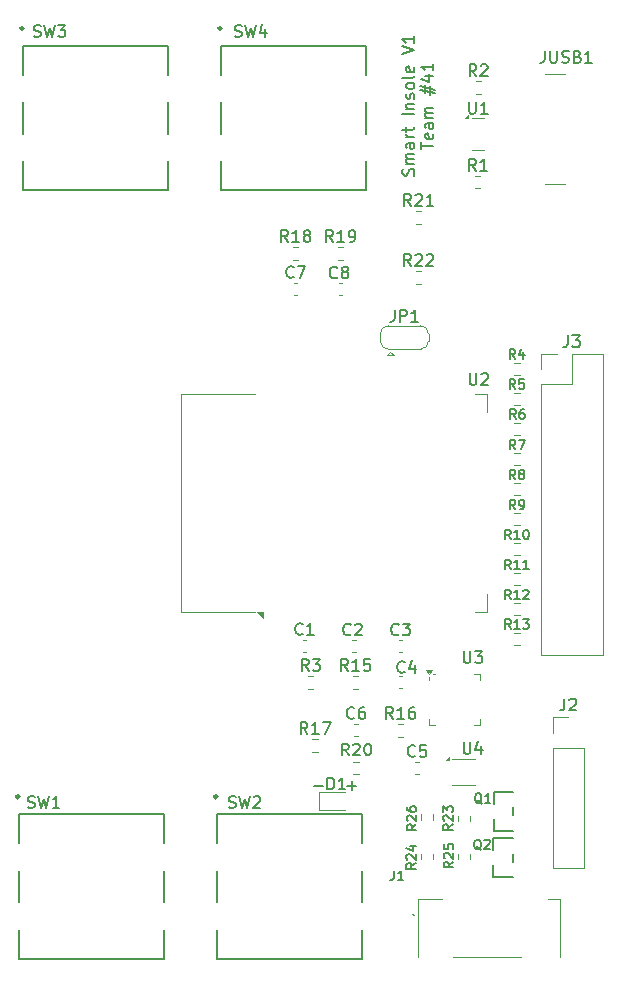
<source format=gto>
G04 #@! TF.GenerationSoftware,KiCad,Pcbnew,8.0.0*
G04 #@! TF.CreationDate,2024-03-19T09:43:12-05:00*
G04 #@! TF.ProjectId,DesignESP32PCB,44657369-676e-4455-9350-33325043422e,rev?*
G04 #@! TF.SameCoordinates,Original*
G04 #@! TF.FileFunction,Legend,Top*
G04 #@! TF.FilePolarity,Positive*
%FSLAX46Y46*%
G04 Gerber Fmt 4.6, Leading zero omitted, Abs format (unit mm)*
G04 Created by KiCad (PCBNEW 8.0.0) date 2024-03-19 09:43:12*
%MOMM*%
%LPD*%
G01*
G04 APERTURE LIST*
%ADD10C,0.150000*%
%ADD11C,0.120000*%
%ADD12C,0.152400*%
%ADD13C,0.254000*%
%ADD14C,0.100000*%
G04 APERTURE END LIST*
D10*
X126583856Y-57415962D02*
X126631475Y-57273105D01*
X126631475Y-57273105D02*
X126631475Y-57035010D01*
X126631475Y-57035010D02*
X126583856Y-56939772D01*
X126583856Y-56939772D02*
X126536236Y-56892153D01*
X126536236Y-56892153D02*
X126440998Y-56844534D01*
X126440998Y-56844534D02*
X126345760Y-56844534D01*
X126345760Y-56844534D02*
X126250522Y-56892153D01*
X126250522Y-56892153D02*
X126202903Y-56939772D01*
X126202903Y-56939772D02*
X126155284Y-57035010D01*
X126155284Y-57035010D02*
X126107665Y-57225486D01*
X126107665Y-57225486D02*
X126060046Y-57320724D01*
X126060046Y-57320724D02*
X126012427Y-57368343D01*
X126012427Y-57368343D02*
X125917189Y-57415962D01*
X125917189Y-57415962D02*
X125821951Y-57415962D01*
X125821951Y-57415962D02*
X125726713Y-57368343D01*
X125726713Y-57368343D02*
X125679094Y-57320724D01*
X125679094Y-57320724D02*
X125631475Y-57225486D01*
X125631475Y-57225486D02*
X125631475Y-56987391D01*
X125631475Y-56987391D02*
X125679094Y-56844534D01*
X126631475Y-56415962D02*
X125964808Y-56415962D01*
X126060046Y-56415962D02*
X126012427Y-56368343D01*
X126012427Y-56368343D02*
X125964808Y-56273105D01*
X125964808Y-56273105D02*
X125964808Y-56130248D01*
X125964808Y-56130248D02*
X126012427Y-56035010D01*
X126012427Y-56035010D02*
X126107665Y-55987391D01*
X126107665Y-55987391D02*
X126631475Y-55987391D01*
X126107665Y-55987391D02*
X126012427Y-55939772D01*
X126012427Y-55939772D02*
X125964808Y-55844534D01*
X125964808Y-55844534D02*
X125964808Y-55701677D01*
X125964808Y-55701677D02*
X126012427Y-55606438D01*
X126012427Y-55606438D02*
X126107665Y-55558819D01*
X126107665Y-55558819D02*
X126631475Y-55558819D01*
X126631475Y-54654058D02*
X126107665Y-54654058D01*
X126107665Y-54654058D02*
X126012427Y-54701677D01*
X126012427Y-54701677D02*
X125964808Y-54796915D01*
X125964808Y-54796915D02*
X125964808Y-54987391D01*
X125964808Y-54987391D02*
X126012427Y-55082629D01*
X126583856Y-54654058D02*
X126631475Y-54749296D01*
X126631475Y-54749296D02*
X126631475Y-54987391D01*
X126631475Y-54987391D02*
X126583856Y-55082629D01*
X126583856Y-55082629D02*
X126488617Y-55130248D01*
X126488617Y-55130248D02*
X126393379Y-55130248D01*
X126393379Y-55130248D02*
X126298141Y-55082629D01*
X126298141Y-55082629D02*
X126250522Y-54987391D01*
X126250522Y-54987391D02*
X126250522Y-54749296D01*
X126250522Y-54749296D02*
X126202903Y-54654058D01*
X126631475Y-54177867D02*
X125964808Y-54177867D01*
X126155284Y-54177867D02*
X126060046Y-54130248D01*
X126060046Y-54130248D02*
X126012427Y-54082629D01*
X126012427Y-54082629D02*
X125964808Y-53987391D01*
X125964808Y-53987391D02*
X125964808Y-53892153D01*
X125964808Y-53701676D02*
X125964808Y-53320724D01*
X125631475Y-53558819D02*
X126488617Y-53558819D01*
X126488617Y-53558819D02*
X126583856Y-53511200D01*
X126583856Y-53511200D02*
X126631475Y-53415962D01*
X126631475Y-53415962D02*
X126631475Y-53320724D01*
X126631475Y-52225485D02*
X125631475Y-52225485D01*
X125964808Y-51749295D02*
X126631475Y-51749295D01*
X126060046Y-51749295D02*
X126012427Y-51701676D01*
X126012427Y-51701676D02*
X125964808Y-51606438D01*
X125964808Y-51606438D02*
X125964808Y-51463581D01*
X125964808Y-51463581D02*
X126012427Y-51368343D01*
X126012427Y-51368343D02*
X126107665Y-51320724D01*
X126107665Y-51320724D02*
X126631475Y-51320724D01*
X126583856Y-50892152D02*
X126631475Y-50796914D01*
X126631475Y-50796914D02*
X126631475Y-50606438D01*
X126631475Y-50606438D02*
X126583856Y-50511200D01*
X126583856Y-50511200D02*
X126488617Y-50463581D01*
X126488617Y-50463581D02*
X126440998Y-50463581D01*
X126440998Y-50463581D02*
X126345760Y-50511200D01*
X126345760Y-50511200D02*
X126298141Y-50606438D01*
X126298141Y-50606438D02*
X126298141Y-50749295D01*
X126298141Y-50749295D02*
X126250522Y-50844533D01*
X126250522Y-50844533D02*
X126155284Y-50892152D01*
X126155284Y-50892152D02*
X126107665Y-50892152D01*
X126107665Y-50892152D02*
X126012427Y-50844533D01*
X126012427Y-50844533D02*
X125964808Y-50749295D01*
X125964808Y-50749295D02*
X125964808Y-50606438D01*
X125964808Y-50606438D02*
X126012427Y-50511200D01*
X126631475Y-49892152D02*
X126583856Y-49987390D01*
X126583856Y-49987390D02*
X126536236Y-50035009D01*
X126536236Y-50035009D02*
X126440998Y-50082628D01*
X126440998Y-50082628D02*
X126155284Y-50082628D01*
X126155284Y-50082628D02*
X126060046Y-50035009D01*
X126060046Y-50035009D02*
X126012427Y-49987390D01*
X126012427Y-49987390D02*
X125964808Y-49892152D01*
X125964808Y-49892152D02*
X125964808Y-49749295D01*
X125964808Y-49749295D02*
X126012427Y-49654057D01*
X126012427Y-49654057D02*
X126060046Y-49606438D01*
X126060046Y-49606438D02*
X126155284Y-49558819D01*
X126155284Y-49558819D02*
X126440998Y-49558819D01*
X126440998Y-49558819D02*
X126536236Y-49606438D01*
X126536236Y-49606438D02*
X126583856Y-49654057D01*
X126583856Y-49654057D02*
X126631475Y-49749295D01*
X126631475Y-49749295D02*
X126631475Y-49892152D01*
X126631475Y-48987390D02*
X126583856Y-49082628D01*
X126583856Y-49082628D02*
X126488617Y-49130247D01*
X126488617Y-49130247D02*
X125631475Y-49130247D01*
X126583856Y-48225485D02*
X126631475Y-48320723D01*
X126631475Y-48320723D02*
X126631475Y-48511199D01*
X126631475Y-48511199D02*
X126583856Y-48606437D01*
X126583856Y-48606437D02*
X126488617Y-48654056D01*
X126488617Y-48654056D02*
X126107665Y-48654056D01*
X126107665Y-48654056D02*
X126012427Y-48606437D01*
X126012427Y-48606437D02*
X125964808Y-48511199D01*
X125964808Y-48511199D02*
X125964808Y-48320723D01*
X125964808Y-48320723D02*
X126012427Y-48225485D01*
X126012427Y-48225485D02*
X126107665Y-48177866D01*
X126107665Y-48177866D02*
X126202903Y-48177866D01*
X126202903Y-48177866D02*
X126298141Y-48654056D01*
X125631475Y-47130246D02*
X126631475Y-46796913D01*
X126631475Y-46796913D02*
X125631475Y-46463580D01*
X126631475Y-45606437D02*
X126631475Y-46177865D01*
X126631475Y-45892151D02*
X125631475Y-45892151D01*
X125631475Y-45892151D02*
X125774332Y-45987389D01*
X125774332Y-45987389D02*
X125869570Y-46082627D01*
X125869570Y-46082627D02*
X125917189Y-46177865D01*
X127241419Y-55177866D02*
X127241419Y-54606438D01*
X128241419Y-54892152D02*
X127241419Y-54892152D01*
X128193800Y-53892152D02*
X128241419Y-53987390D01*
X128241419Y-53987390D02*
X128241419Y-54177866D01*
X128241419Y-54177866D02*
X128193800Y-54273104D01*
X128193800Y-54273104D02*
X128098561Y-54320723D01*
X128098561Y-54320723D02*
X127717609Y-54320723D01*
X127717609Y-54320723D02*
X127622371Y-54273104D01*
X127622371Y-54273104D02*
X127574752Y-54177866D01*
X127574752Y-54177866D02*
X127574752Y-53987390D01*
X127574752Y-53987390D02*
X127622371Y-53892152D01*
X127622371Y-53892152D02*
X127717609Y-53844533D01*
X127717609Y-53844533D02*
X127812847Y-53844533D01*
X127812847Y-53844533D02*
X127908085Y-54320723D01*
X128241419Y-52987390D02*
X127717609Y-52987390D01*
X127717609Y-52987390D02*
X127622371Y-53035009D01*
X127622371Y-53035009D02*
X127574752Y-53130247D01*
X127574752Y-53130247D02*
X127574752Y-53320723D01*
X127574752Y-53320723D02*
X127622371Y-53415961D01*
X128193800Y-52987390D02*
X128241419Y-53082628D01*
X128241419Y-53082628D02*
X128241419Y-53320723D01*
X128241419Y-53320723D02*
X128193800Y-53415961D01*
X128193800Y-53415961D02*
X128098561Y-53463580D01*
X128098561Y-53463580D02*
X128003323Y-53463580D01*
X128003323Y-53463580D02*
X127908085Y-53415961D01*
X127908085Y-53415961D02*
X127860466Y-53320723D01*
X127860466Y-53320723D02*
X127860466Y-53082628D01*
X127860466Y-53082628D02*
X127812847Y-52987390D01*
X128241419Y-52511199D02*
X127574752Y-52511199D01*
X127669990Y-52511199D02*
X127622371Y-52463580D01*
X127622371Y-52463580D02*
X127574752Y-52368342D01*
X127574752Y-52368342D02*
X127574752Y-52225485D01*
X127574752Y-52225485D02*
X127622371Y-52130247D01*
X127622371Y-52130247D02*
X127717609Y-52082628D01*
X127717609Y-52082628D02*
X128241419Y-52082628D01*
X127717609Y-52082628D02*
X127622371Y-52035009D01*
X127622371Y-52035009D02*
X127574752Y-51939771D01*
X127574752Y-51939771D02*
X127574752Y-51796914D01*
X127574752Y-51796914D02*
X127622371Y-51701675D01*
X127622371Y-51701675D02*
X127717609Y-51654056D01*
X127717609Y-51654056D02*
X128241419Y-51654056D01*
X127574752Y-50463580D02*
X127574752Y-49749295D01*
X127146180Y-50177866D02*
X128431895Y-50463580D01*
X128003323Y-49844533D02*
X128003323Y-50558818D01*
X128431895Y-50130247D02*
X127146180Y-49844533D01*
X127574752Y-48987390D02*
X128241419Y-48987390D01*
X127193800Y-49225485D02*
X127908085Y-49463580D01*
X127908085Y-49463580D02*
X127908085Y-48844533D01*
X128241419Y-47939771D02*
X128241419Y-48511199D01*
X128241419Y-48225485D02*
X127241419Y-48225485D01*
X127241419Y-48225485D02*
X127384276Y-48320723D01*
X127384276Y-48320723D02*
X127479514Y-48415961D01*
X127479514Y-48415961D02*
X127527133Y-48511199D01*
X120985279Y-109093866D02*
X121747184Y-109093866D01*
X121366231Y-109474819D02*
X121366231Y-108712914D01*
X118191279Y-109093866D02*
X118953184Y-109093866D01*
X139341266Y-101701619D02*
X139341266Y-102415904D01*
X139341266Y-102415904D02*
X139293647Y-102558761D01*
X139293647Y-102558761D02*
X139198409Y-102654000D01*
X139198409Y-102654000D02*
X139055552Y-102701619D01*
X139055552Y-102701619D02*
X138960314Y-102701619D01*
X139769838Y-101796857D02*
X139817457Y-101749238D01*
X139817457Y-101749238D02*
X139912695Y-101701619D01*
X139912695Y-101701619D02*
X140150790Y-101701619D01*
X140150790Y-101701619D02*
X140246028Y-101749238D01*
X140246028Y-101749238D02*
X140293647Y-101796857D01*
X140293647Y-101796857D02*
X140341266Y-101892095D01*
X140341266Y-101892095D02*
X140341266Y-101987333D01*
X140341266Y-101987333D02*
X140293647Y-102130190D01*
X140293647Y-102130190D02*
X139722219Y-102701619D01*
X139722219Y-102701619D02*
X140341266Y-102701619D01*
X129953095Y-115525485D02*
X129572142Y-115792152D01*
X129953095Y-115982628D02*
X129153095Y-115982628D01*
X129153095Y-115982628D02*
X129153095Y-115677866D01*
X129153095Y-115677866D02*
X129191190Y-115601676D01*
X129191190Y-115601676D02*
X129229285Y-115563581D01*
X129229285Y-115563581D02*
X129305476Y-115525485D01*
X129305476Y-115525485D02*
X129419761Y-115525485D01*
X129419761Y-115525485D02*
X129495952Y-115563581D01*
X129495952Y-115563581D02*
X129534047Y-115601676D01*
X129534047Y-115601676D02*
X129572142Y-115677866D01*
X129572142Y-115677866D02*
X129572142Y-115982628D01*
X129229285Y-115220724D02*
X129191190Y-115182628D01*
X129191190Y-115182628D02*
X129153095Y-115106438D01*
X129153095Y-115106438D02*
X129153095Y-114915962D01*
X129153095Y-114915962D02*
X129191190Y-114839771D01*
X129191190Y-114839771D02*
X129229285Y-114801676D01*
X129229285Y-114801676D02*
X129305476Y-114763581D01*
X129305476Y-114763581D02*
X129381666Y-114763581D01*
X129381666Y-114763581D02*
X129495952Y-114801676D01*
X129495952Y-114801676D02*
X129953095Y-115258819D01*
X129953095Y-115258819D02*
X129953095Y-114763581D01*
X129153095Y-114039771D02*
X129153095Y-114420723D01*
X129153095Y-114420723D02*
X129534047Y-114458819D01*
X129534047Y-114458819D02*
X129495952Y-114420723D01*
X129495952Y-114420723D02*
X129457857Y-114344533D01*
X129457857Y-114344533D02*
X129457857Y-114154057D01*
X129457857Y-114154057D02*
X129495952Y-114077866D01*
X129495952Y-114077866D02*
X129534047Y-114039771D01*
X129534047Y-114039771D02*
X129610238Y-114001676D01*
X129610238Y-114001676D02*
X129800714Y-114001676D01*
X129800714Y-114001676D02*
X129876904Y-114039771D01*
X129876904Y-114039771D02*
X129915000Y-114077866D01*
X129915000Y-114077866D02*
X129953095Y-114154057D01*
X129953095Y-114154057D02*
X129953095Y-114344533D01*
X129953095Y-114344533D02*
X129915000Y-114420723D01*
X129915000Y-114420723D02*
X129876904Y-114458819D01*
X135197867Y-80575495D02*
X134931200Y-80194542D01*
X134740724Y-80575495D02*
X134740724Y-79775495D01*
X134740724Y-79775495D02*
X135045486Y-79775495D01*
X135045486Y-79775495D02*
X135121676Y-79813590D01*
X135121676Y-79813590D02*
X135159771Y-79851685D01*
X135159771Y-79851685D02*
X135197867Y-79927876D01*
X135197867Y-79927876D02*
X135197867Y-80042161D01*
X135197867Y-80042161D02*
X135159771Y-80118352D01*
X135159771Y-80118352D02*
X135121676Y-80156447D01*
X135121676Y-80156447D02*
X135045486Y-80194542D01*
X135045486Y-80194542D02*
X134740724Y-80194542D01*
X135464533Y-79775495D02*
X135997867Y-79775495D01*
X135997867Y-79775495D02*
X135655009Y-80575495D01*
X135197867Y-75470095D02*
X134931200Y-75089142D01*
X134740724Y-75470095D02*
X134740724Y-74670095D01*
X134740724Y-74670095D02*
X135045486Y-74670095D01*
X135045486Y-74670095D02*
X135121676Y-74708190D01*
X135121676Y-74708190D02*
X135159771Y-74746285D01*
X135159771Y-74746285D02*
X135197867Y-74822476D01*
X135197867Y-74822476D02*
X135197867Y-74936761D01*
X135197867Y-74936761D02*
X135159771Y-75012952D01*
X135159771Y-75012952D02*
X135121676Y-75051047D01*
X135121676Y-75051047D02*
X135045486Y-75089142D01*
X135045486Y-75089142D02*
X134740724Y-75089142D01*
X135921676Y-74670095D02*
X135540724Y-74670095D01*
X135540724Y-74670095D02*
X135502628Y-75051047D01*
X135502628Y-75051047D02*
X135540724Y-75012952D01*
X135540724Y-75012952D02*
X135616914Y-74974857D01*
X135616914Y-74974857D02*
X135807390Y-74974857D01*
X135807390Y-74974857D02*
X135883581Y-75012952D01*
X135883581Y-75012952D02*
X135921676Y-75051047D01*
X135921676Y-75051047D02*
X135959771Y-75127238D01*
X135959771Y-75127238D02*
X135959771Y-75317714D01*
X135959771Y-75317714D02*
X135921676Y-75393904D01*
X135921676Y-75393904D02*
X135883581Y-75432000D01*
X135883581Y-75432000D02*
X135807390Y-75470095D01*
X135807390Y-75470095D02*
X135616914Y-75470095D01*
X135616914Y-75470095D02*
X135540724Y-75432000D01*
X135540724Y-75432000D02*
X135502628Y-75393904D01*
X94424667Y-45619200D02*
X94567524Y-45666819D01*
X94567524Y-45666819D02*
X94805619Y-45666819D01*
X94805619Y-45666819D02*
X94900857Y-45619200D01*
X94900857Y-45619200D02*
X94948476Y-45571580D01*
X94948476Y-45571580D02*
X94996095Y-45476342D01*
X94996095Y-45476342D02*
X94996095Y-45381104D01*
X94996095Y-45381104D02*
X94948476Y-45285866D01*
X94948476Y-45285866D02*
X94900857Y-45238247D01*
X94900857Y-45238247D02*
X94805619Y-45190628D01*
X94805619Y-45190628D02*
X94615143Y-45143009D01*
X94615143Y-45143009D02*
X94519905Y-45095390D01*
X94519905Y-45095390D02*
X94472286Y-45047771D01*
X94472286Y-45047771D02*
X94424667Y-44952533D01*
X94424667Y-44952533D02*
X94424667Y-44857295D01*
X94424667Y-44857295D02*
X94472286Y-44762057D01*
X94472286Y-44762057D02*
X94519905Y-44714438D01*
X94519905Y-44714438D02*
X94615143Y-44666819D01*
X94615143Y-44666819D02*
X94853238Y-44666819D01*
X94853238Y-44666819D02*
X94996095Y-44714438D01*
X95329429Y-44666819D02*
X95567524Y-45666819D01*
X95567524Y-45666819D02*
X95758000Y-44952533D01*
X95758000Y-44952533D02*
X95948476Y-45666819D01*
X95948476Y-45666819D02*
X96186572Y-44666819D01*
X96472286Y-44666819D02*
X97091333Y-44666819D01*
X97091333Y-44666819D02*
X96758000Y-45047771D01*
X96758000Y-45047771D02*
X96900857Y-45047771D01*
X96900857Y-45047771D02*
X96996095Y-45095390D01*
X96996095Y-45095390D02*
X97043714Y-45143009D01*
X97043714Y-45143009D02*
X97091333Y-45238247D01*
X97091333Y-45238247D02*
X97091333Y-45476342D01*
X97091333Y-45476342D02*
X97043714Y-45571580D01*
X97043714Y-45571580D02*
X96996095Y-45619200D01*
X96996095Y-45619200D02*
X96900857Y-45666819D01*
X96900857Y-45666819D02*
X96615143Y-45666819D01*
X96615143Y-45666819D02*
X96519905Y-45619200D01*
X96519905Y-45619200D02*
X96472286Y-45571580D01*
X121550333Y-103319580D02*
X121502714Y-103367200D01*
X121502714Y-103367200D02*
X121359857Y-103414819D01*
X121359857Y-103414819D02*
X121264619Y-103414819D01*
X121264619Y-103414819D02*
X121121762Y-103367200D01*
X121121762Y-103367200D02*
X121026524Y-103271961D01*
X121026524Y-103271961D02*
X120978905Y-103176723D01*
X120978905Y-103176723D02*
X120931286Y-102986247D01*
X120931286Y-102986247D02*
X120931286Y-102843390D01*
X120931286Y-102843390D02*
X120978905Y-102652914D01*
X120978905Y-102652914D02*
X121026524Y-102557676D01*
X121026524Y-102557676D02*
X121121762Y-102462438D01*
X121121762Y-102462438D02*
X121264619Y-102414819D01*
X121264619Y-102414819D02*
X121359857Y-102414819D01*
X121359857Y-102414819D02*
X121502714Y-102462438D01*
X121502714Y-102462438D02*
X121550333Y-102510057D01*
X122407476Y-102414819D02*
X122217000Y-102414819D01*
X122217000Y-102414819D02*
X122121762Y-102462438D01*
X122121762Y-102462438D02*
X122074143Y-102510057D01*
X122074143Y-102510057D02*
X121978905Y-102652914D01*
X121978905Y-102652914D02*
X121931286Y-102843390D01*
X121931286Y-102843390D02*
X121931286Y-103224342D01*
X121931286Y-103224342D02*
X121978905Y-103319580D01*
X121978905Y-103319580D02*
X122026524Y-103367200D01*
X122026524Y-103367200D02*
X122121762Y-103414819D01*
X122121762Y-103414819D02*
X122312238Y-103414819D01*
X122312238Y-103414819D02*
X122407476Y-103367200D01*
X122407476Y-103367200D02*
X122455095Y-103319580D01*
X122455095Y-103319580D02*
X122502714Y-103224342D01*
X122502714Y-103224342D02*
X122502714Y-102986247D01*
X122502714Y-102986247D02*
X122455095Y-102891009D01*
X122455095Y-102891009D02*
X122407476Y-102843390D01*
X122407476Y-102843390D02*
X122312238Y-102795771D01*
X122312238Y-102795771D02*
X122121762Y-102795771D01*
X122121762Y-102795771D02*
X122026524Y-102843390D01*
X122026524Y-102843390D02*
X121978905Y-102891009D01*
X121978905Y-102891009D02*
X121931286Y-102986247D01*
X131318095Y-74130819D02*
X131318095Y-74940342D01*
X131318095Y-74940342D02*
X131365714Y-75035580D01*
X131365714Y-75035580D02*
X131413333Y-75083200D01*
X131413333Y-75083200D02*
X131508571Y-75130819D01*
X131508571Y-75130819D02*
X131699047Y-75130819D01*
X131699047Y-75130819D02*
X131794285Y-75083200D01*
X131794285Y-75083200D02*
X131841904Y-75035580D01*
X131841904Y-75035580D02*
X131889523Y-74940342D01*
X131889523Y-74940342D02*
X131889523Y-74130819D01*
X132318095Y-74226057D02*
X132365714Y-74178438D01*
X132365714Y-74178438D02*
X132460952Y-74130819D01*
X132460952Y-74130819D02*
X132699047Y-74130819D01*
X132699047Y-74130819D02*
X132794285Y-74178438D01*
X132794285Y-74178438D02*
X132841904Y-74226057D01*
X132841904Y-74226057D02*
X132889523Y-74321295D01*
X132889523Y-74321295D02*
X132889523Y-74416533D01*
X132889523Y-74416533D02*
X132841904Y-74559390D01*
X132841904Y-74559390D02*
X132270476Y-75130819D01*
X132270476Y-75130819D02*
X132889523Y-75130819D01*
X117689333Y-99354819D02*
X117356000Y-98878628D01*
X117117905Y-99354819D02*
X117117905Y-98354819D01*
X117117905Y-98354819D02*
X117498857Y-98354819D01*
X117498857Y-98354819D02*
X117594095Y-98402438D01*
X117594095Y-98402438D02*
X117641714Y-98450057D01*
X117641714Y-98450057D02*
X117689333Y-98545295D01*
X117689333Y-98545295D02*
X117689333Y-98688152D01*
X117689333Y-98688152D02*
X117641714Y-98783390D01*
X117641714Y-98783390D02*
X117594095Y-98831009D01*
X117594095Y-98831009D02*
X117498857Y-98878628D01*
X117498857Y-98878628D02*
X117117905Y-98878628D01*
X118022667Y-98354819D02*
X118641714Y-98354819D01*
X118641714Y-98354819D02*
X118308381Y-98735771D01*
X118308381Y-98735771D02*
X118451238Y-98735771D01*
X118451238Y-98735771D02*
X118546476Y-98783390D01*
X118546476Y-98783390D02*
X118594095Y-98831009D01*
X118594095Y-98831009D02*
X118641714Y-98926247D01*
X118641714Y-98926247D02*
X118641714Y-99164342D01*
X118641714Y-99164342D02*
X118594095Y-99259580D01*
X118594095Y-99259580D02*
X118546476Y-99307200D01*
X118546476Y-99307200D02*
X118451238Y-99354819D01*
X118451238Y-99354819D02*
X118165524Y-99354819D01*
X118165524Y-99354819D02*
X118070286Y-99307200D01*
X118070286Y-99307200D02*
X118022667Y-99259580D01*
X135197867Y-85655495D02*
X134931200Y-85274542D01*
X134740724Y-85655495D02*
X134740724Y-84855495D01*
X134740724Y-84855495D02*
X135045486Y-84855495D01*
X135045486Y-84855495D02*
X135121676Y-84893590D01*
X135121676Y-84893590D02*
X135159771Y-84931685D01*
X135159771Y-84931685D02*
X135197867Y-85007876D01*
X135197867Y-85007876D02*
X135197867Y-85122161D01*
X135197867Y-85122161D02*
X135159771Y-85198352D01*
X135159771Y-85198352D02*
X135121676Y-85236447D01*
X135121676Y-85236447D02*
X135045486Y-85274542D01*
X135045486Y-85274542D02*
X134740724Y-85274542D01*
X135578819Y-85655495D02*
X135731200Y-85655495D01*
X135731200Y-85655495D02*
X135807390Y-85617400D01*
X135807390Y-85617400D02*
X135845486Y-85579304D01*
X135845486Y-85579304D02*
X135921676Y-85465019D01*
X135921676Y-85465019D02*
X135959771Y-85312638D01*
X135959771Y-85312638D02*
X135959771Y-85007876D01*
X135959771Y-85007876D02*
X135921676Y-84931685D01*
X135921676Y-84931685D02*
X135883581Y-84893590D01*
X135883581Y-84893590D02*
X135807390Y-84855495D01*
X135807390Y-84855495D02*
X135655009Y-84855495D01*
X135655009Y-84855495D02*
X135578819Y-84893590D01*
X135578819Y-84893590D02*
X135540724Y-84931685D01*
X135540724Y-84931685D02*
X135502628Y-85007876D01*
X135502628Y-85007876D02*
X135502628Y-85198352D01*
X135502628Y-85198352D02*
X135540724Y-85274542D01*
X135540724Y-85274542D02*
X135578819Y-85312638D01*
X135578819Y-85312638D02*
X135655009Y-85350733D01*
X135655009Y-85350733D02*
X135807390Y-85350733D01*
X135807390Y-85350733D02*
X135883581Y-85312638D01*
X135883581Y-85312638D02*
X135921676Y-85274542D01*
X135921676Y-85274542D02*
X135959771Y-85198352D01*
X117594142Y-104688819D02*
X117260809Y-104212628D01*
X117022714Y-104688819D02*
X117022714Y-103688819D01*
X117022714Y-103688819D02*
X117403666Y-103688819D01*
X117403666Y-103688819D02*
X117498904Y-103736438D01*
X117498904Y-103736438D02*
X117546523Y-103784057D01*
X117546523Y-103784057D02*
X117594142Y-103879295D01*
X117594142Y-103879295D02*
X117594142Y-104022152D01*
X117594142Y-104022152D02*
X117546523Y-104117390D01*
X117546523Y-104117390D02*
X117498904Y-104165009D01*
X117498904Y-104165009D02*
X117403666Y-104212628D01*
X117403666Y-104212628D02*
X117022714Y-104212628D01*
X118546523Y-104688819D02*
X117975095Y-104688819D01*
X118260809Y-104688819D02*
X118260809Y-103688819D01*
X118260809Y-103688819D02*
X118165571Y-103831676D01*
X118165571Y-103831676D02*
X118070333Y-103926914D01*
X118070333Y-103926914D02*
X117975095Y-103974533D01*
X118879857Y-103688819D02*
X119546523Y-103688819D01*
X119546523Y-103688819D02*
X119117952Y-104688819D01*
X121023142Y-99350819D02*
X120689809Y-98874628D01*
X120451714Y-99350819D02*
X120451714Y-98350819D01*
X120451714Y-98350819D02*
X120832666Y-98350819D01*
X120832666Y-98350819D02*
X120927904Y-98398438D01*
X120927904Y-98398438D02*
X120975523Y-98446057D01*
X120975523Y-98446057D02*
X121023142Y-98541295D01*
X121023142Y-98541295D02*
X121023142Y-98684152D01*
X121023142Y-98684152D02*
X120975523Y-98779390D01*
X120975523Y-98779390D02*
X120927904Y-98827009D01*
X120927904Y-98827009D02*
X120832666Y-98874628D01*
X120832666Y-98874628D02*
X120451714Y-98874628D01*
X121975523Y-99350819D02*
X121404095Y-99350819D01*
X121689809Y-99350819D02*
X121689809Y-98350819D01*
X121689809Y-98350819D02*
X121594571Y-98493676D01*
X121594571Y-98493676D02*
X121499333Y-98588914D01*
X121499333Y-98588914D02*
X121404095Y-98636533D01*
X122880285Y-98350819D02*
X122404095Y-98350819D01*
X122404095Y-98350819D02*
X122356476Y-98827009D01*
X122356476Y-98827009D02*
X122404095Y-98779390D01*
X122404095Y-98779390D02*
X122499333Y-98731771D01*
X122499333Y-98731771D02*
X122737428Y-98731771D01*
X122737428Y-98731771D02*
X122832666Y-98779390D01*
X122832666Y-98779390D02*
X122880285Y-98827009D01*
X122880285Y-98827009D02*
X122927904Y-98922247D01*
X122927904Y-98922247D02*
X122927904Y-99160342D01*
X122927904Y-99160342D02*
X122880285Y-99255580D01*
X122880285Y-99255580D02*
X122832666Y-99303200D01*
X122832666Y-99303200D02*
X122737428Y-99350819D01*
X122737428Y-99350819D02*
X122499333Y-99350819D01*
X122499333Y-99350819D02*
X122404095Y-99303200D01*
X122404095Y-99303200D02*
X122356476Y-99255580D01*
X125817333Y-99419580D02*
X125769714Y-99467200D01*
X125769714Y-99467200D02*
X125626857Y-99514819D01*
X125626857Y-99514819D02*
X125531619Y-99514819D01*
X125531619Y-99514819D02*
X125388762Y-99467200D01*
X125388762Y-99467200D02*
X125293524Y-99371961D01*
X125293524Y-99371961D02*
X125245905Y-99276723D01*
X125245905Y-99276723D02*
X125198286Y-99086247D01*
X125198286Y-99086247D02*
X125198286Y-98943390D01*
X125198286Y-98943390D02*
X125245905Y-98752914D01*
X125245905Y-98752914D02*
X125293524Y-98657676D01*
X125293524Y-98657676D02*
X125388762Y-98562438D01*
X125388762Y-98562438D02*
X125531619Y-98514819D01*
X125531619Y-98514819D02*
X125626857Y-98514819D01*
X125626857Y-98514819D02*
X125769714Y-98562438D01*
X125769714Y-98562438D02*
X125817333Y-98610057D01*
X126674476Y-98848152D02*
X126674476Y-99514819D01*
X126436381Y-98467200D02*
X126198286Y-99181485D01*
X126198286Y-99181485D02*
X126817333Y-99181485D01*
X119753142Y-63032819D02*
X119419809Y-62556628D01*
X119181714Y-63032819D02*
X119181714Y-62032819D01*
X119181714Y-62032819D02*
X119562666Y-62032819D01*
X119562666Y-62032819D02*
X119657904Y-62080438D01*
X119657904Y-62080438D02*
X119705523Y-62128057D01*
X119705523Y-62128057D02*
X119753142Y-62223295D01*
X119753142Y-62223295D02*
X119753142Y-62366152D01*
X119753142Y-62366152D02*
X119705523Y-62461390D01*
X119705523Y-62461390D02*
X119657904Y-62509009D01*
X119657904Y-62509009D02*
X119562666Y-62556628D01*
X119562666Y-62556628D02*
X119181714Y-62556628D01*
X120705523Y-63032819D02*
X120134095Y-63032819D01*
X120419809Y-63032819D02*
X120419809Y-62032819D01*
X120419809Y-62032819D02*
X120324571Y-62175676D01*
X120324571Y-62175676D02*
X120229333Y-62270914D01*
X120229333Y-62270914D02*
X120134095Y-62318533D01*
X121181714Y-63032819D02*
X121372190Y-63032819D01*
X121372190Y-63032819D02*
X121467428Y-62985200D01*
X121467428Y-62985200D02*
X121515047Y-62937580D01*
X121515047Y-62937580D02*
X121610285Y-62794723D01*
X121610285Y-62794723D02*
X121657904Y-62604247D01*
X121657904Y-62604247D02*
X121657904Y-62223295D01*
X121657904Y-62223295D02*
X121610285Y-62128057D01*
X121610285Y-62128057D02*
X121562666Y-62080438D01*
X121562666Y-62080438D02*
X121467428Y-62032819D01*
X121467428Y-62032819D02*
X121276952Y-62032819D01*
X121276952Y-62032819D02*
X121181714Y-62080438D01*
X121181714Y-62080438D02*
X121134095Y-62128057D01*
X121134095Y-62128057D02*
X121086476Y-62223295D01*
X121086476Y-62223295D02*
X121086476Y-62461390D01*
X121086476Y-62461390D02*
X121134095Y-62556628D01*
X121134095Y-62556628D02*
X121181714Y-62604247D01*
X121181714Y-62604247D02*
X121276952Y-62651866D01*
X121276952Y-62651866D02*
X121467428Y-62651866D01*
X121467428Y-62651866D02*
X121562666Y-62604247D01*
X121562666Y-62604247D02*
X121610285Y-62556628D01*
X121610285Y-62556628D02*
X121657904Y-62461390D01*
X126706333Y-106531580D02*
X126658714Y-106579200D01*
X126658714Y-106579200D02*
X126515857Y-106626819D01*
X126515857Y-106626819D02*
X126420619Y-106626819D01*
X126420619Y-106626819D02*
X126277762Y-106579200D01*
X126277762Y-106579200D02*
X126182524Y-106483961D01*
X126182524Y-106483961D02*
X126134905Y-106388723D01*
X126134905Y-106388723D02*
X126087286Y-106198247D01*
X126087286Y-106198247D02*
X126087286Y-106055390D01*
X126087286Y-106055390D02*
X126134905Y-105864914D01*
X126134905Y-105864914D02*
X126182524Y-105769676D01*
X126182524Y-105769676D02*
X126277762Y-105674438D01*
X126277762Y-105674438D02*
X126420619Y-105626819D01*
X126420619Y-105626819D02*
X126515857Y-105626819D01*
X126515857Y-105626819D02*
X126658714Y-105674438D01*
X126658714Y-105674438D02*
X126706333Y-105722057D01*
X127611095Y-105626819D02*
X127134905Y-105626819D01*
X127134905Y-105626819D02*
X127087286Y-106103009D01*
X127087286Y-106103009D02*
X127134905Y-106055390D01*
X127134905Y-106055390D02*
X127230143Y-106007771D01*
X127230143Y-106007771D02*
X127468238Y-106007771D01*
X127468238Y-106007771D02*
X127563476Y-106055390D01*
X127563476Y-106055390D02*
X127611095Y-106103009D01*
X127611095Y-106103009D02*
X127658714Y-106198247D01*
X127658714Y-106198247D02*
X127658714Y-106436342D01*
X127658714Y-106436342D02*
X127611095Y-106531580D01*
X127611095Y-106531580D02*
X127563476Y-106579200D01*
X127563476Y-106579200D02*
X127468238Y-106626819D01*
X127468238Y-106626819D02*
X127230143Y-106626819D01*
X127230143Y-106626819D02*
X127134905Y-106579200D01*
X127134905Y-106579200D02*
X127087286Y-106531580D01*
X135197867Y-83115495D02*
X134931200Y-82734542D01*
X134740724Y-83115495D02*
X134740724Y-82315495D01*
X134740724Y-82315495D02*
X135045486Y-82315495D01*
X135045486Y-82315495D02*
X135121676Y-82353590D01*
X135121676Y-82353590D02*
X135159771Y-82391685D01*
X135159771Y-82391685D02*
X135197867Y-82467876D01*
X135197867Y-82467876D02*
X135197867Y-82582161D01*
X135197867Y-82582161D02*
X135159771Y-82658352D01*
X135159771Y-82658352D02*
X135121676Y-82696447D01*
X135121676Y-82696447D02*
X135045486Y-82734542D01*
X135045486Y-82734542D02*
X134740724Y-82734542D01*
X135655009Y-82658352D02*
X135578819Y-82620257D01*
X135578819Y-82620257D02*
X135540724Y-82582161D01*
X135540724Y-82582161D02*
X135502628Y-82505971D01*
X135502628Y-82505971D02*
X135502628Y-82467876D01*
X135502628Y-82467876D02*
X135540724Y-82391685D01*
X135540724Y-82391685D02*
X135578819Y-82353590D01*
X135578819Y-82353590D02*
X135655009Y-82315495D01*
X135655009Y-82315495D02*
X135807390Y-82315495D01*
X135807390Y-82315495D02*
X135883581Y-82353590D01*
X135883581Y-82353590D02*
X135921676Y-82391685D01*
X135921676Y-82391685D02*
X135959771Y-82467876D01*
X135959771Y-82467876D02*
X135959771Y-82505971D01*
X135959771Y-82505971D02*
X135921676Y-82582161D01*
X135921676Y-82582161D02*
X135883581Y-82620257D01*
X135883581Y-82620257D02*
X135807390Y-82658352D01*
X135807390Y-82658352D02*
X135655009Y-82658352D01*
X135655009Y-82658352D02*
X135578819Y-82696447D01*
X135578819Y-82696447D02*
X135540724Y-82734542D01*
X135540724Y-82734542D02*
X135502628Y-82810733D01*
X135502628Y-82810733D02*
X135502628Y-82963114D01*
X135502628Y-82963114D02*
X135540724Y-83039304D01*
X135540724Y-83039304D02*
X135578819Y-83077400D01*
X135578819Y-83077400D02*
X135655009Y-83115495D01*
X135655009Y-83115495D02*
X135807390Y-83115495D01*
X135807390Y-83115495D02*
X135883581Y-83077400D01*
X135883581Y-83077400D02*
X135921676Y-83039304D01*
X135921676Y-83039304D02*
X135959771Y-82963114D01*
X135959771Y-82963114D02*
X135959771Y-82810733D01*
X135959771Y-82810733D02*
X135921676Y-82734542D01*
X135921676Y-82734542D02*
X135883581Y-82696447D01*
X135883581Y-82696447D02*
X135807390Y-82658352D01*
X110934667Y-110897200D02*
X111077524Y-110944819D01*
X111077524Y-110944819D02*
X111315619Y-110944819D01*
X111315619Y-110944819D02*
X111410857Y-110897200D01*
X111410857Y-110897200D02*
X111458476Y-110849580D01*
X111458476Y-110849580D02*
X111506095Y-110754342D01*
X111506095Y-110754342D02*
X111506095Y-110659104D01*
X111506095Y-110659104D02*
X111458476Y-110563866D01*
X111458476Y-110563866D02*
X111410857Y-110516247D01*
X111410857Y-110516247D02*
X111315619Y-110468628D01*
X111315619Y-110468628D02*
X111125143Y-110421009D01*
X111125143Y-110421009D02*
X111029905Y-110373390D01*
X111029905Y-110373390D02*
X110982286Y-110325771D01*
X110982286Y-110325771D02*
X110934667Y-110230533D01*
X110934667Y-110230533D02*
X110934667Y-110135295D01*
X110934667Y-110135295D02*
X110982286Y-110040057D01*
X110982286Y-110040057D02*
X111029905Y-109992438D01*
X111029905Y-109992438D02*
X111125143Y-109944819D01*
X111125143Y-109944819D02*
X111363238Y-109944819D01*
X111363238Y-109944819D02*
X111506095Y-109992438D01*
X111839429Y-109944819D02*
X112077524Y-110944819D01*
X112077524Y-110944819D02*
X112268000Y-110230533D01*
X112268000Y-110230533D02*
X112458476Y-110944819D01*
X112458476Y-110944819D02*
X112696572Y-109944819D01*
X113029905Y-110040057D02*
X113077524Y-109992438D01*
X113077524Y-109992438D02*
X113172762Y-109944819D01*
X113172762Y-109944819D02*
X113410857Y-109944819D01*
X113410857Y-109944819D02*
X113506095Y-109992438D01*
X113506095Y-109992438D02*
X113553714Y-110040057D01*
X113553714Y-110040057D02*
X113601333Y-110135295D01*
X113601333Y-110135295D02*
X113601333Y-110230533D01*
X113601333Y-110230533D02*
X113553714Y-110373390D01*
X113553714Y-110373390D02*
X112982286Y-110944819D01*
X112982286Y-110944819D02*
X113601333Y-110944819D01*
X131272095Y-51176819D02*
X131272095Y-51986342D01*
X131272095Y-51986342D02*
X131319714Y-52081580D01*
X131319714Y-52081580D02*
X131367333Y-52129200D01*
X131367333Y-52129200D02*
X131462571Y-52176819D01*
X131462571Y-52176819D02*
X131653047Y-52176819D01*
X131653047Y-52176819D02*
X131748285Y-52129200D01*
X131748285Y-52129200D02*
X131795904Y-52081580D01*
X131795904Y-52081580D02*
X131843523Y-51986342D01*
X131843523Y-51986342D02*
X131843523Y-51176819D01*
X132843523Y-52176819D02*
X132272095Y-52176819D01*
X132557809Y-52176819D02*
X132557809Y-51176819D01*
X132557809Y-51176819D02*
X132462571Y-51319676D01*
X132462571Y-51319676D02*
X132367333Y-51414914D01*
X132367333Y-51414914D02*
X132272095Y-51462533D01*
X117181333Y-96211580D02*
X117133714Y-96259200D01*
X117133714Y-96259200D02*
X116990857Y-96306819D01*
X116990857Y-96306819D02*
X116895619Y-96306819D01*
X116895619Y-96306819D02*
X116752762Y-96259200D01*
X116752762Y-96259200D02*
X116657524Y-96163961D01*
X116657524Y-96163961D02*
X116609905Y-96068723D01*
X116609905Y-96068723D02*
X116562286Y-95878247D01*
X116562286Y-95878247D02*
X116562286Y-95735390D01*
X116562286Y-95735390D02*
X116609905Y-95544914D01*
X116609905Y-95544914D02*
X116657524Y-95449676D01*
X116657524Y-95449676D02*
X116752762Y-95354438D01*
X116752762Y-95354438D02*
X116895619Y-95306819D01*
X116895619Y-95306819D02*
X116990857Y-95306819D01*
X116990857Y-95306819D02*
X117133714Y-95354438D01*
X117133714Y-95354438D02*
X117181333Y-95402057D01*
X118133714Y-96306819D02*
X117562286Y-96306819D01*
X117848000Y-96306819D02*
X117848000Y-95306819D01*
X117848000Y-95306819D02*
X117752762Y-95449676D01*
X117752762Y-95449676D02*
X117657524Y-95544914D01*
X117657524Y-95544914D02*
X117562286Y-95592533D01*
X135223267Y-78010095D02*
X134956600Y-77629142D01*
X134766124Y-78010095D02*
X134766124Y-77210095D01*
X134766124Y-77210095D02*
X135070886Y-77210095D01*
X135070886Y-77210095D02*
X135147076Y-77248190D01*
X135147076Y-77248190D02*
X135185171Y-77286285D01*
X135185171Y-77286285D02*
X135223267Y-77362476D01*
X135223267Y-77362476D02*
X135223267Y-77476761D01*
X135223267Y-77476761D02*
X135185171Y-77552952D01*
X135185171Y-77552952D02*
X135147076Y-77591047D01*
X135147076Y-77591047D02*
X135070886Y-77629142D01*
X135070886Y-77629142D02*
X134766124Y-77629142D01*
X135908981Y-77210095D02*
X135756600Y-77210095D01*
X135756600Y-77210095D02*
X135680409Y-77248190D01*
X135680409Y-77248190D02*
X135642314Y-77286285D01*
X135642314Y-77286285D02*
X135566124Y-77400571D01*
X135566124Y-77400571D02*
X135528028Y-77552952D01*
X135528028Y-77552952D02*
X135528028Y-77857714D01*
X135528028Y-77857714D02*
X135566124Y-77933904D01*
X135566124Y-77933904D02*
X135604219Y-77972000D01*
X135604219Y-77972000D02*
X135680409Y-78010095D01*
X135680409Y-78010095D02*
X135832790Y-78010095D01*
X135832790Y-78010095D02*
X135908981Y-77972000D01*
X135908981Y-77972000D02*
X135947076Y-77933904D01*
X135947076Y-77933904D02*
X135985171Y-77857714D01*
X135985171Y-77857714D02*
X135985171Y-77667238D01*
X135985171Y-77667238D02*
X135947076Y-77591047D01*
X135947076Y-77591047D02*
X135908981Y-77552952D01*
X135908981Y-77552952D02*
X135832790Y-77514857D01*
X135832790Y-77514857D02*
X135680409Y-77514857D01*
X135680409Y-77514857D02*
X135604219Y-77552952D01*
X135604219Y-77552952D02*
X135566124Y-77591047D01*
X135566124Y-77591047D02*
X135528028Y-77667238D01*
X116419333Y-65985580D02*
X116371714Y-66033200D01*
X116371714Y-66033200D02*
X116228857Y-66080819D01*
X116228857Y-66080819D02*
X116133619Y-66080819D01*
X116133619Y-66080819D02*
X115990762Y-66033200D01*
X115990762Y-66033200D02*
X115895524Y-65937961D01*
X115895524Y-65937961D02*
X115847905Y-65842723D01*
X115847905Y-65842723D02*
X115800286Y-65652247D01*
X115800286Y-65652247D02*
X115800286Y-65509390D01*
X115800286Y-65509390D02*
X115847905Y-65318914D01*
X115847905Y-65318914D02*
X115895524Y-65223676D01*
X115895524Y-65223676D02*
X115990762Y-65128438D01*
X115990762Y-65128438D02*
X116133619Y-65080819D01*
X116133619Y-65080819D02*
X116228857Y-65080819D01*
X116228857Y-65080819D02*
X116371714Y-65128438D01*
X116371714Y-65128438D02*
X116419333Y-65176057D01*
X116752667Y-65080819D02*
X117419333Y-65080819D01*
X117419333Y-65080819D02*
X116990762Y-66080819D01*
X125309333Y-96244580D02*
X125261714Y-96292200D01*
X125261714Y-96292200D02*
X125118857Y-96339819D01*
X125118857Y-96339819D02*
X125023619Y-96339819D01*
X125023619Y-96339819D02*
X124880762Y-96292200D01*
X124880762Y-96292200D02*
X124785524Y-96196961D01*
X124785524Y-96196961D02*
X124737905Y-96101723D01*
X124737905Y-96101723D02*
X124690286Y-95911247D01*
X124690286Y-95911247D02*
X124690286Y-95768390D01*
X124690286Y-95768390D02*
X124737905Y-95577914D01*
X124737905Y-95577914D02*
X124785524Y-95482676D01*
X124785524Y-95482676D02*
X124880762Y-95387438D01*
X124880762Y-95387438D02*
X125023619Y-95339819D01*
X125023619Y-95339819D02*
X125118857Y-95339819D01*
X125118857Y-95339819D02*
X125261714Y-95387438D01*
X125261714Y-95387438D02*
X125309333Y-95435057D01*
X125642667Y-95339819D02*
X126261714Y-95339819D01*
X126261714Y-95339819D02*
X125928381Y-95720771D01*
X125928381Y-95720771D02*
X126071238Y-95720771D01*
X126071238Y-95720771D02*
X126166476Y-95768390D01*
X126166476Y-95768390D02*
X126214095Y-95816009D01*
X126214095Y-95816009D02*
X126261714Y-95911247D01*
X126261714Y-95911247D02*
X126261714Y-96149342D01*
X126261714Y-96149342D02*
X126214095Y-96244580D01*
X126214095Y-96244580D02*
X126166476Y-96292200D01*
X126166476Y-96292200D02*
X126071238Y-96339819D01*
X126071238Y-96339819D02*
X125785524Y-96339819D01*
X125785524Y-96339819D02*
X125690286Y-96292200D01*
X125690286Y-96292200D02*
X125642667Y-96244580D01*
X124834642Y-103414819D02*
X124501309Y-102938628D01*
X124263214Y-103414819D02*
X124263214Y-102414819D01*
X124263214Y-102414819D02*
X124644166Y-102414819D01*
X124644166Y-102414819D02*
X124739404Y-102462438D01*
X124739404Y-102462438D02*
X124787023Y-102510057D01*
X124787023Y-102510057D02*
X124834642Y-102605295D01*
X124834642Y-102605295D02*
X124834642Y-102748152D01*
X124834642Y-102748152D02*
X124787023Y-102843390D01*
X124787023Y-102843390D02*
X124739404Y-102891009D01*
X124739404Y-102891009D02*
X124644166Y-102938628D01*
X124644166Y-102938628D02*
X124263214Y-102938628D01*
X125787023Y-103414819D02*
X125215595Y-103414819D01*
X125501309Y-103414819D02*
X125501309Y-102414819D01*
X125501309Y-102414819D02*
X125406071Y-102557676D01*
X125406071Y-102557676D02*
X125310833Y-102652914D01*
X125310833Y-102652914D02*
X125215595Y-102700533D01*
X126644166Y-102414819D02*
X126453690Y-102414819D01*
X126453690Y-102414819D02*
X126358452Y-102462438D01*
X126358452Y-102462438D02*
X126310833Y-102510057D01*
X126310833Y-102510057D02*
X126215595Y-102652914D01*
X126215595Y-102652914D02*
X126167976Y-102843390D01*
X126167976Y-102843390D02*
X126167976Y-103224342D01*
X126167976Y-103224342D02*
X126215595Y-103319580D01*
X126215595Y-103319580D02*
X126263214Y-103367200D01*
X126263214Y-103367200D02*
X126358452Y-103414819D01*
X126358452Y-103414819D02*
X126548928Y-103414819D01*
X126548928Y-103414819D02*
X126644166Y-103367200D01*
X126644166Y-103367200D02*
X126691785Y-103319580D01*
X126691785Y-103319580D02*
X126739404Y-103224342D01*
X126739404Y-103224342D02*
X126739404Y-102986247D01*
X126739404Y-102986247D02*
X126691785Y-102891009D01*
X126691785Y-102891009D02*
X126644166Y-102843390D01*
X126644166Y-102843390D02*
X126548928Y-102795771D01*
X126548928Y-102795771D02*
X126358452Y-102795771D01*
X126358452Y-102795771D02*
X126263214Y-102843390D01*
X126263214Y-102843390D02*
X126215595Y-102891009D01*
X126215595Y-102891009D02*
X126167976Y-102986247D01*
X130822095Y-97670819D02*
X130822095Y-98480342D01*
X130822095Y-98480342D02*
X130869714Y-98575580D01*
X130869714Y-98575580D02*
X130917333Y-98623200D01*
X130917333Y-98623200D02*
X131012571Y-98670819D01*
X131012571Y-98670819D02*
X131203047Y-98670819D01*
X131203047Y-98670819D02*
X131298285Y-98623200D01*
X131298285Y-98623200D02*
X131345904Y-98575580D01*
X131345904Y-98575580D02*
X131393523Y-98480342D01*
X131393523Y-98480342D02*
X131393523Y-97670819D01*
X131774476Y-97670819D02*
X132393523Y-97670819D01*
X132393523Y-97670819D02*
X132060190Y-98051771D01*
X132060190Y-98051771D02*
X132203047Y-98051771D01*
X132203047Y-98051771D02*
X132298285Y-98099390D01*
X132298285Y-98099390D02*
X132345904Y-98147009D01*
X132345904Y-98147009D02*
X132393523Y-98242247D01*
X132393523Y-98242247D02*
X132393523Y-98480342D01*
X132393523Y-98480342D02*
X132345904Y-98575580D01*
X132345904Y-98575580D02*
X132298285Y-98623200D01*
X132298285Y-98623200D02*
X132203047Y-98670819D01*
X132203047Y-98670819D02*
X131917333Y-98670819D01*
X131917333Y-98670819D02*
X131822095Y-98623200D01*
X131822095Y-98623200D02*
X131774476Y-98575580D01*
X115943142Y-63032819D02*
X115609809Y-62556628D01*
X115371714Y-63032819D02*
X115371714Y-62032819D01*
X115371714Y-62032819D02*
X115752666Y-62032819D01*
X115752666Y-62032819D02*
X115847904Y-62080438D01*
X115847904Y-62080438D02*
X115895523Y-62128057D01*
X115895523Y-62128057D02*
X115943142Y-62223295D01*
X115943142Y-62223295D02*
X115943142Y-62366152D01*
X115943142Y-62366152D02*
X115895523Y-62461390D01*
X115895523Y-62461390D02*
X115847904Y-62509009D01*
X115847904Y-62509009D02*
X115752666Y-62556628D01*
X115752666Y-62556628D02*
X115371714Y-62556628D01*
X116895523Y-63032819D02*
X116324095Y-63032819D01*
X116609809Y-63032819D02*
X116609809Y-62032819D01*
X116609809Y-62032819D02*
X116514571Y-62175676D01*
X116514571Y-62175676D02*
X116419333Y-62270914D01*
X116419333Y-62270914D02*
X116324095Y-62318533D01*
X117466952Y-62461390D02*
X117371714Y-62413771D01*
X117371714Y-62413771D02*
X117324095Y-62366152D01*
X117324095Y-62366152D02*
X117276476Y-62270914D01*
X117276476Y-62270914D02*
X117276476Y-62223295D01*
X117276476Y-62223295D02*
X117324095Y-62128057D01*
X117324095Y-62128057D02*
X117371714Y-62080438D01*
X117371714Y-62080438D02*
X117466952Y-62032819D01*
X117466952Y-62032819D02*
X117657428Y-62032819D01*
X117657428Y-62032819D02*
X117752666Y-62080438D01*
X117752666Y-62080438D02*
X117800285Y-62128057D01*
X117800285Y-62128057D02*
X117847904Y-62223295D01*
X117847904Y-62223295D02*
X117847904Y-62270914D01*
X117847904Y-62270914D02*
X117800285Y-62366152D01*
X117800285Y-62366152D02*
X117752666Y-62413771D01*
X117752666Y-62413771D02*
X117657428Y-62461390D01*
X117657428Y-62461390D02*
X117466952Y-62461390D01*
X117466952Y-62461390D02*
X117371714Y-62509009D01*
X117371714Y-62509009D02*
X117324095Y-62556628D01*
X117324095Y-62556628D02*
X117276476Y-62651866D01*
X117276476Y-62651866D02*
X117276476Y-62842342D01*
X117276476Y-62842342D02*
X117324095Y-62937580D01*
X117324095Y-62937580D02*
X117371714Y-62985200D01*
X117371714Y-62985200D02*
X117466952Y-63032819D01*
X117466952Y-63032819D02*
X117657428Y-63032819D01*
X117657428Y-63032819D02*
X117752666Y-62985200D01*
X117752666Y-62985200D02*
X117800285Y-62937580D01*
X117800285Y-62937580D02*
X117847904Y-62842342D01*
X117847904Y-62842342D02*
X117847904Y-62651866D01*
X117847904Y-62651866D02*
X117800285Y-62556628D01*
X117800285Y-62556628D02*
X117752666Y-62509009D01*
X117752666Y-62509009D02*
X117657428Y-62461390D01*
X124966666Y-68774819D02*
X124966666Y-69489104D01*
X124966666Y-69489104D02*
X124919047Y-69631961D01*
X124919047Y-69631961D02*
X124823809Y-69727200D01*
X124823809Y-69727200D02*
X124680952Y-69774819D01*
X124680952Y-69774819D02*
X124585714Y-69774819D01*
X125442857Y-69774819D02*
X125442857Y-68774819D01*
X125442857Y-68774819D02*
X125823809Y-68774819D01*
X125823809Y-68774819D02*
X125919047Y-68822438D01*
X125919047Y-68822438D02*
X125966666Y-68870057D01*
X125966666Y-68870057D02*
X126014285Y-68965295D01*
X126014285Y-68965295D02*
X126014285Y-69108152D01*
X126014285Y-69108152D02*
X125966666Y-69203390D01*
X125966666Y-69203390D02*
X125919047Y-69251009D01*
X125919047Y-69251009D02*
X125823809Y-69298628D01*
X125823809Y-69298628D02*
X125442857Y-69298628D01*
X126966666Y-69774819D02*
X126395238Y-69774819D01*
X126680952Y-69774819D02*
X126680952Y-68774819D01*
X126680952Y-68774819D02*
X126585714Y-68917676D01*
X126585714Y-68917676D02*
X126490476Y-69012914D01*
X126490476Y-69012914D02*
X126395238Y-69060533D01*
X132359409Y-110598285D02*
X132283219Y-110560190D01*
X132283219Y-110560190D02*
X132207028Y-110484000D01*
X132207028Y-110484000D02*
X132092742Y-110369714D01*
X132092742Y-110369714D02*
X132016552Y-110331619D01*
X132016552Y-110331619D02*
X131940361Y-110331619D01*
X131978457Y-110522095D02*
X131902266Y-110484000D01*
X131902266Y-110484000D02*
X131826076Y-110407809D01*
X131826076Y-110407809D02*
X131787980Y-110255428D01*
X131787980Y-110255428D02*
X131787980Y-109988761D01*
X131787980Y-109988761D02*
X131826076Y-109836380D01*
X131826076Y-109836380D02*
X131902266Y-109760190D01*
X131902266Y-109760190D02*
X131978457Y-109722095D01*
X131978457Y-109722095D02*
X132130838Y-109722095D01*
X132130838Y-109722095D02*
X132207028Y-109760190D01*
X132207028Y-109760190D02*
X132283219Y-109836380D01*
X132283219Y-109836380D02*
X132321314Y-109988761D01*
X132321314Y-109988761D02*
X132321314Y-110255428D01*
X132321314Y-110255428D02*
X132283219Y-110407809D01*
X132283219Y-110407809D02*
X132207028Y-110484000D01*
X132207028Y-110484000D02*
X132130838Y-110522095D01*
X132130838Y-110522095D02*
X131978457Y-110522095D01*
X133083218Y-110522095D02*
X132626075Y-110522095D01*
X132854647Y-110522095D02*
X132854647Y-109722095D01*
X132854647Y-109722095D02*
X132778456Y-109836380D01*
X132778456Y-109836380D02*
X132702266Y-109912571D01*
X132702266Y-109912571D02*
X132626075Y-109950666D01*
X111442667Y-45619200D02*
X111585524Y-45666819D01*
X111585524Y-45666819D02*
X111823619Y-45666819D01*
X111823619Y-45666819D02*
X111918857Y-45619200D01*
X111918857Y-45619200D02*
X111966476Y-45571580D01*
X111966476Y-45571580D02*
X112014095Y-45476342D01*
X112014095Y-45476342D02*
X112014095Y-45381104D01*
X112014095Y-45381104D02*
X111966476Y-45285866D01*
X111966476Y-45285866D02*
X111918857Y-45238247D01*
X111918857Y-45238247D02*
X111823619Y-45190628D01*
X111823619Y-45190628D02*
X111633143Y-45143009D01*
X111633143Y-45143009D02*
X111537905Y-45095390D01*
X111537905Y-45095390D02*
X111490286Y-45047771D01*
X111490286Y-45047771D02*
X111442667Y-44952533D01*
X111442667Y-44952533D02*
X111442667Y-44857295D01*
X111442667Y-44857295D02*
X111490286Y-44762057D01*
X111490286Y-44762057D02*
X111537905Y-44714438D01*
X111537905Y-44714438D02*
X111633143Y-44666819D01*
X111633143Y-44666819D02*
X111871238Y-44666819D01*
X111871238Y-44666819D02*
X112014095Y-44714438D01*
X112347429Y-44666819D02*
X112585524Y-45666819D01*
X112585524Y-45666819D02*
X112776000Y-44952533D01*
X112776000Y-44952533D02*
X112966476Y-45666819D01*
X112966476Y-45666819D02*
X113204572Y-44666819D01*
X114014095Y-45000152D02*
X114014095Y-45666819D01*
X113776000Y-44619200D02*
X113537905Y-45333485D01*
X113537905Y-45333485D02*
X114156952Y-45333485D01*
X131899333Y-49001819D02*
X131566000Y-48525628D01*
X131327905Y-49001819D02*
X131327905Y-48001819D01*
X131327905Y-48001819D02*
X131708857Y-48001819D01*
X131708857Y-48001819D02*
X131804095Y-48049438D01*
X131804095Y-48049438D02*
X131851714Y-48097057D01*
X131851714Y-48097057D02*
X131899333Y-48192295D01*
X131899333Y-48192295D02*
X131899333Y-48335152D01*
X131899333Y-48335152D02*
X131851714Y-48430390D01*
X131851714Y-48430390D02*
X131804095Y-48478009D01*
X131804095Y-48478009D02*
X131708857Y-48525628D01*
X131708857Y-48525628D02*
X131327905Y-48525628D01*
X132280286Y-48097057D02*
X132327905Y-48049438D01*
X132327905Y-48049438D02*
X132423143Y-48001819D01*
X132423143Y-48001819D02*
X132661238Y-48001819D01*
X132661238Y-48001819D02*
X132756476Y-48049438D01*
X132756476Y-48049438D02*
X132804095Y-48097057D01*
X132804095Y-48097057D02*
X132851714Y-48192295D01*
X132851714Y-48192295D02*
X132851714Y-48287533D01*
X132851714Y-48287533D02*
X132804095Y-48430390D01*
X132804095Y-48430390D02*
X132232667Y-49001819D01*
X132232667Y-49001819D02*
X132851714Y-49001819D01*
X135197867Y-72904695D02*
X134931200Y-72523742D01*
X134740724Y-72904695D02*
X134740724Y-72104695D01*
X134740724Y-72104695D02*
X135045486Y-72104695D01*
X135045486Y-72104695D02*
X135121676Y-72142790D01*
X135121676Y-72142790D02*
X135159771Y-72180885D01*
X135159771Y-72180885D02*
X135197867Y-72257076D01*
X135197867Y-72257076D02*
X135197867Y-72371361D01*
X135197867Y-72371361D02*
X135159771Y-72447552D01*
X135159771Y-72447552D02*
X135121676Y-72485647D01*
X135121676Y-72485647D02*
X135045486Y-72523742D01*
X135045486Y-72523742D02*
X134740724Y-72523742D01*
X135883581Y-72371361D02*
X135883581Y-72904695D01*
X135693105Y-72066600D02*
X135502628Y-72638028D01*
X135502628Y-72638028D02*
X135997867Y-72638028D01*
X93916667Y-110897200D02*
X94059524Y-110944819D01*
X94059524Y-110944819D02*
X94297619Y-110944819D01*
X94297619Y-110944819D02*
X94392857Y-110897200D01*
X94392857Y-110897200D02*
X94440476Y-110849580D01*
X94440476Y-110849580D02*
X94488095Y-110754342D01*
X94488095Y-110754342D02*
X94488095Y-110659104D01*
X94488095Y-110659104D02*
X94440476Y-110563866D01*
X94440476Y-110563866D02*
X94392857Y-110516247D01*
X94392857Y-110516247D02*
X94297619Y-110468628D01*
X94297619Y-110468628D02*
X94107143Y-110421009D01*
X94107143Y-110421009D02*
X94011905Y-110373390D01*
X94011905Y-110373390D02*
X93964286Y-110325771D01*
X93964286Y-110325771D02*
X93916667Y-110230533D01*
X93916667Y-110230533D02*
X93916667Y-110135295D01*
X93916667Y-110135295D02*
X93964286Y-110040057D01*
X93964286Y-110040057D02*
X94011905Y-109992438D01*
X94011905Y-109992438D02*
X94107143Y-109944819D01*
X94107143Y-109944819D02*
X94345238Y-109944819D01*
X94345238Y-109944819D02*
X94488095Y-109992438D01*
X94821429Y-109944819D02*
X95059524Y-110944819D01*
X95059524Y-110944819D02*
X95250000Y-110230533D01*
X95250000Y-110230533D02*
X95440476Y-110944819D01*
X95440476Y-110944819D02*
X95678572Y-109944819D01*
X96583333Y-110944819D02*
X96011905Y-110944819D01*
X96297619Y-110944819D02*
X96297619Y-109944819D01*
X96297619Y-109944819D02*
X96202381Y-110087676D01*
X96202381Y-110087676D02*
X96107143Y-110182914D01*
X96107143Y-110182914D02*
X96011905Y-110230533D01*
X134816914Y-90735495D02*
X134550247Y-90354542D01*
X134359771Y-90735495D02*
X134359771Y-89935495D01*
X134359771Y-89935495D02*
X134664533Y-89935495D01*
X134664533Y-89935495D02*
X134740723Y-89973590D01*
X134740723Y-89973590D02*
X134778818Y-90011685D01*
X134778818Y-90011685D02*
X134816914Y-90087876D01*
X134816914Y-90087876D02*
X134816914Y-90202161D01*
X134816914Y-90202161D02*
X134778818Y-90278352D01*
X134778818Y-90278352D02*
X134740723Y-90316447D01*
X134740723Y-90316447D02*
X134664533Y-90354542D01*
X134664533Y-90354542D02*
X134359771Y-90354542D01*
X135578818Y-90735495D02*
X135121675Y-90735495D01*
X135350247Y-90735495D02*
X135350247Y-89935495D01*
X135350247Y-89935495D02*
X135274056Y-90049780D01*
X135274056Y-90049780D02*
X135197866Y-90125971D01*
X135197866Y-90125971D02*
X135121675Y-90164066D01*
X136340723Y-90735495D02*
X135883580Y-90735495D01*
X136112152Y-90735495D02*
X136112152Y-89935495D01*
X136112152Y-89935495D02*
X136035961Y-90049780D01*
X136035961Y-90049780D02*
X135959771Y-90125971D01*
X135959771Y-90125971D02*
X135883580Y-90164066D01*
X131836333Y-57002819D02*
X131503000Y-56526628D01*
X131264905Y-57002819D02*
X131264905Y-56002819D01*
X131264905Y-56002819D02*
X131645857Y-56002819D01*
X131645857Y-56002819D02*
X131741095Y-56050438D01*
X131741095Y-56050438D02*
X131788714Y-56098057D01*
X131788714Y-56098057D02*
X131836333Y-56193295D01*
X131836333Y-56193295D02*
X131836333Y-56336152D01*
X131836333Y-56336152D02*
X131788714Y-56431390D01*
X131788714Y-56431390D02*
X131741095Y-56479009D01*
X131741095Y-56479009D02*
X131645857Y-56526628D01*
X131645857Y-56526628D02*
X131264905Y-56526628D01*
X132788714Y-57002819D02*
X132217286Y-57002819D01*
X132503000Y-57002819D02*
X132503000Y-56002819D01*
X132503000Y-56002819D02*
X132407762Y-56145676D01*
X132407762Y-56145676D02*
X132312524Y-56240914D01*
X132312524Y-56240914D02*
X132217286Y-56288533D01*
X121245333Y-96244580D02*
X121197714Y-96292200D01*
X121197714Y-96292200D02*
X121054857Y-96339819D01*
X121054857Y-96339819D02*
X120959619Y-96339819D01*
X120959619Y-96339819D02*
X120816762Y-96292200D01*
X120816762Y-96292200D02*
X120721524Y-96196961D01*
X120721524Y-96196961D02*
X120673905Y-96101723D01*
X120673905Y-96101723D02*
X120626286Y-95911247D01*
X120626286Y-95911247D02*
X120626286Y-95768390D01*
X120626286Y-95768390D02*
X120673905Y-95577914D01*
X120673905Y-95577914D02*
X120721524Y-95482676D01*
X120721524Y-95482676D02*
X120816762Y-95387438D01*
X120816762Y-95387438D02*
X120959619Y-95339819D01*
X120959619Y-95339819D02*
X121054857Y-95339819D01*
X121054857Y-95339819D02*
X121197714Y-95387438D01*
X121197714Y-95387438D02*
X121245333Y-95435057D01*
X121626286Y-95435057D02*
X121673905Y-95387438D01*
X121673905Y-95387438D02*
X121769143Y-95339819D01*
X121769143Y-95339819D02*
X122007238Y-95339819D01*
X122007238Y-95339819D02*
X122102476Y-95387438D01*
X122102476Y-95387438D02*
X122150095Y-95435057D01*
X122150095Y-95435057D02*
X122197714Y-95530295D01*
X122197714Y-95530295D02*
X122197714Y-95625533D01*
X122197714Y-95625533D02*
X122150095Y-95768390D01*
X122150095Y-95768390D02*
X121578667Y-96339819D01*
X121578667Y-96339819D02*
X122197714Y-96339819D01*
X124904533Y-116275295D02*
X124904533Y-116846723D01*
X124904533Y-116846723D02*
X124866438Y-116961009D01*
X124866438Y-116961009D02*
X124790247Y-117037200D01*
X124790247Y-117037200D02*
X124675962Y-117075295D01*
X124675962Y-117075295D02*
X124599771Y-117075295D01*
X125704533Y-117075295D02*
X125247390Y-117075295D01*
X125475962Y-117075295D02*
X125475962Y-116275295D01*
X125475962Y-116275295D02*
X125399771Y-116389580D01*
X125399771Y-116389580D02*
X125323581Y-116465771D01*
X125323581Y-116465771D02*
X125247390Y-116503866D01*
X130811595Y-105368819D02*
X130811595Y-106178342D01*
X130811595Y-106178342D02*
X130859214Y-106273580D01*
X130859214Y-106273580D02*
X130906833Y-106321200D01*
X130906833Y-106321200D02*
X131002071Y-106368819D01*
X131002071Y-106368819D02*
X131192547Y-106368819D01*
X131192547Y-106368819D02*
X131287785Y-106321200D01*
X131287785Y-106321200D02*
X131335404Y-106273580D01*
X131335404Y-106273580D02*
X131383023Y-106178342D01*
X131383023Y-106178342D02*
X131383023Y-105368819D01*
X132287785Y-105702152D02*
X132287785Y-106368819D01*
X132049690Y-105321200D02*
X131811595Y-106035485D01*
X131811595Y-106035485D02*
X132430642Y-106035485D01*
X129902295Y-112350485D02*
X129521342Y-112617152D01*
X129902295Y-112807628D02*
X129102295Y-112807628D01*
X129102295Y-112807628D02*
X129102295Y-112502866D01*
X129102295Y-112502866D02*
X129140390Y-112426676D01*
X129140390Y-112426676D02*
X129178485Y-112388581D01*
X129178485Y-112388581D02*
X129254676Y-112350485D01*
X129254676Y-112350485D02*
X129368961Y-112350485D01*
X129368961Y-112350485D02*
X129445152Y-112388581D01*
X129445152Y-112388581D02*
X129483247Y-112426676D01*
X129483247Y-112426676D02*
X129521342Y-112502866D01*
X129521342Y-112502866D02*
X129521342Y-112807628D01*
X129178485Y-112045724D02*
X129140390Y-112007628D01*
X129140390Y-112007628D02*
X129102295Y-111931438D01*
X129102295Y-111931438D02*
X129102295Y-111740962D01*
X129102295Y-111740962D02*
X129140390Y-111664771D01*
X129140390Y-111664771D02*
X129178485Y-111626676D01*
X129178485Y-111626676D02*
X129254676Y-111588581D01*
X129254676Y-111588581D02*
X129330866Y-111588581D01*
X129330866Y-111588581D02*
X129445152Y-111626676D01*
X129445152Y-111626676D02*
X129902295Y-112083819D01*
X129902295Y-112083819D02*
X129902295Y-111588581D01*
X129102295Y-111321914D02*
X129102295Y-110826676D01*
X129102295Y-110826676D02*
X129407057Y-111093342D01*
X129407057Y-111093342D02*
X129407057Y-110979057D01*
X129407057Y-110979057D02*
X129445152Y-110902866D01*
X129445152Y-110902866D02*
X129483247Y-110864771D01*
X129483247Y-110864771D02*
X129559438Y-110826676D01*
X129559438Y-110826676D02*
X129749914Y-110826676D01*
X129749914Y-110826676D02*
X129826104Y-110864771D01*
X129826104Y-110864771D02*
X129864200Y-110902866D01*
X129864200Y-110902866D02*
X129902295Y-110979057D01*
X129902295Y-110979057D02*
X129902295Y-111207628D01*
X129902295Y-111207628D02*
X129864200Y-111283819D01*
X129864200Y-111283819D02*
X129826104Y-111321914D01*
X139646066Y-70937219D02*
X139646066Y-71651504D01*
X139646066Y-71651504D02*
X139598447Y-71794361D01*
X139598447Y-71794361D02*
X139503209Y-71889600D01*
X139503209Y-71889600D02*
X139360352Y-71937219D01*
X139360352Y-71937219D02*
X139265114Y-71937219D01*
X140027019Y-70937219D02*
X140646066Y-70937219D01*
X140646066Y-70937219D02*
X140312733Y-71318171D01*
X140312733Y-71318171D02*
X140455590Y-71318171D01*
X140455590Y-71318171D02*
X140550828Y-71365790D01*
X140550828Y-71365790D02*
X140598447Y-71413409D01*
X140598447Y-71413409D02*
X140646066Y-71508647D01*
X140646066Y-71508647D02*
X140646066Y-71746742D01*
X140646066Y-71746742D02*
X140598447Y-71841980D01*
X140598447Y-71841980D02*
X140550828Y-71889600D01*
X140550828Y-71889600D02*
X140455590Y-71937219D01*
X140455590Y-71937219D02*
X140169876Y-71937219D01*
X140169876Y-71937219D02*
X140074638Y-71889600D01*
X140074638Y-71889600D02*
X140027019Y-71841980D01*
X126778095Y-115627085D02*
X126397142Y-115893752D01*
X126778095Y-116084228D02*
X125978095Y-116084228D01*
X125978095Y-116084228D02*
X125978095Y-115779466D01*
X125978095Y-115779466D02*
X126016190Y-115703276D01*
X126016190Y-115703276D02*
X126054285Y-115665181D01*
X126054285Y-115665181D02*
X126130476Y-115627085D01*
X126130476Y-115627085D02*
X126244761Y-115627085D01*
X126244761Y-115627085D02*
X126320952Y-115665181D01*
X126320952Y-115665181D02*
X126359047Y-115703276D01*
X126359047Y-115703276D02*
X126397142Y-115779466D01*
X126397142Y-115779466D02*
X126397142Y-116084228D01*
X126054285Y-115322324D02*
X126016190Y-115284228D01*
X126016190Y-115284228D02*
X125978095Y-115208038D01*
X125978095Y-115208038D02*
X125978095Y-115017562D01*
X125978095Y-115017562D02*
X126016190Y-114941371D01*
X126016190Y-114941371D02*
X126054285Y-114903276D01*
X126054285Y-114903276D02*
X126130476Y-114865181D01*
X126130476Y-114865181D02*
X126206666Y-114865181D01*
X126206666Y-114865181D02*
X126320952Y-114903276D01*
X126320952Y-114903276D02*
X126778095Y-115360419D01*
X126778095Y-115360419D02*
X126778095Y-114865181D01*
X126244761Y-114179466D02*
X126778095Y-114179466D01*
X125940000Y-114369942D02*
X126511428Y-114560419D01*
X126511428Y-114560419D02*
X126511428Y-114065180D01*
X121085642Y-106503819D02*
X120752309Y-106027628D01*
X120514214Y-106503819D02*
X120514214Y-105503819D01*
X120514214Y-105503819D02*
X120895166Y-105503819D01*
X120895166Y-105503819D02*
X120990404Y-105551438D01*
X120990404Y-105551438D02*
X121038023Y-105599057D01*
X121038023Y-105599057D02*
X121085642Y-105694295D01*
X121085642Y-105694295D02*
X121085642Y-105837152D01*
X121085642Y-105837152D02*
X121038023Y-105932390D01*
X121038023Y-105932390D02*
X120990404Y-105980009D01*
X120990404Y-105980009D02*
X120895166Y-106027628D01*
X120895166Y-106027628D02*
X120514214Y-106027628D01*
X121466595Y-105599057D02*
X121514214Y-105551438D01*
X121514214Y-105551438D02*
X121609452Y-105503819D01*
X121609452Y-105503819D02*
X121847547Y-105503819D01*
X121847547Y-105503819D02*
X121942785Y-105551438D01*
X121942785Y-105551438D02*
X121990404Y-105599057D01*
X121990404Y-105599057D02*
X122038023Y-105694295D01*
X122038023Y-105694295D02*
X122038023Y-105789533D01*
X122038023Y-105789533D02*
X121990404Y-105932390D01*
X121990404Y-105932390D02*
X121418976Y-106503819D01*
X121418976Y-106503819D02*
X122038023Y-106503819D01*
X122657071Y-105503819D02*
X122752309Y-105503819D01*
X122752309Y-105503819D02*
X122847547Y-105551438D01*
X122847547Y-105551438D02*
X122895166Y-105599057D01*
X122895166Y-105599057D02*
X122942785Y-105694295D01*
X122942785Y-105694295D02*
X122990404Y-105884771D01*
X122990404Y-105884771D02*
X122990404Y-106122866D01*
X122990404Y-106122866D02*
X122942785Y-106313342D01*
X122942785Y-106313342D02*
X122895166Y-106408580D01*
X122895166Y-106408580D02*
X122847547Y-106456200D01*
X122847547Y-106456200D02*
X122752309Y-106503819D01*
X122752309Y-106503819D02*
X122657071Y-106503819D01*
X122657071Y-106503819D02*
X122561833Y-106456200D01*
X122561833Y-106456200D02*
X122514214Y-106408580D01*
X122514214Y-106408580D02*
X122466595Y-106313342D01*
X122466595Y-106313342D02*
X122418976Y-106122866D01*
X122418976Y-106122866D02*
X122418976Y-105884771D01*
X122418976Y-105884771D02*
X122466595Y-105694295D01*
X122466595Y-105694295D02*
X122514214Y-105599057D01*
X122514214Y-105599057D02*
X122561833Y-105551438D01*
X122561833Y-105551438D02*
X122657071Y-105503819D01*
X137666666Y-46858819D02*
X137666666Y-47573104D01*
X137666666Y-47573104D02*
X137619047Y-47715961D01*
X137619047Y-47715961D02*
X137523809Y-47811200D01*
X137523809Y-47811200D02*
X137380952Y-47858819D01*
X137380952Y-47858819D02*
X137285714Y-47858819D01*
X138142857Y-46858819D02*
X138142857Y-47668342D01*
X138142857Y-47668342D02*
X138190476Y-47763580D01*
X138190476Y-47763580D02*
X138238095Y-47811200D01*
X138238095Y-47811200D02*
X138333333Y-47858819D01*
X138333333Y-47858819D02*
X138523809Y-47858819D01*
X138523809Y-47858819D02*
X138619047Y-47811200D01*
X138619047Y-47811200D02*
X138666666Y-47763580D01*
X138666666Y-47763580D02*
X138714285Y-47668342D01*
X138714285Y-47668342D02*
X138714285Y-46858819D01*
X139142857Y-47811200D02*
X139285714Y-47858819D01*
X139285714Y-47858819D02*
X139523809Y-47858819D01*
X139523809Y-47858819D02*
X139619047Y-47811200D01*
X139619047Y-47811200D02*
X139666666Y-47763580D01*
X139666666Y-47763580D02*
X139714285Y-47668342D01*
X139714285Y-47668342D02*
X139714285Y-47573104D01*
X139714285Y-47573104D02*
X139666666Y-47477866D01*
X139666666Y-47477866D02*
X139619047Y-47430247D01*
X139619047Y-47430247D02*
X139523809Y-47382628D01*
X139523809Y-47382628D02*
X139333333Y-47335009D01*
X139333333Y-47335009D02*
X139238095Y-47287390D01*
X139238095Y-47287390D02*
X139190476Y-47239771D01*
X139190476Y-47239771D02*
X139142857Y-47144533D01*
X139142857Y-47144533D02*
X139142857Y-47049295D01*
X139142857Y-47049295D02*
X139190476Y-46954057D01*
X139190476Y-46954057D02*
X139238095Y-46906438D01*
X139238095Y-46906438D02*
X139333333Y-46858819D01*
X139333333Y-46858819D02*
X139571428Y-46858819D01*
X139571428Y-46858819D02*
X139714285Y-46906438D01*
X140476190Y-47335009D02*
X140619047Y-47382628D01*
X140619047Y-47382628D02*
X140666666Y-47430247D01*
X140666666Y-47430247D02*
X140714285Y-47525485D01*
X140714285Y-47525485D02*
X140714285Y-47668342D01*
X140714285Y-47668342D02*
X140666666Y-47763580D01*
X140666666Y-47763580D02*
X140619047Y-47811200D01*
X140619047Y-47811200D02*
X140523809Y-47858819D01*
X140523809Y-47858819D02*
X140142857Y-47858819D01*
X140142857Y-47858819D02*
X140142857Y-46858819D01*
X140142857Y-46858819D02*
X140476190Y-46858819D01*
X140476190Y-46858819D02*
X140571428Y-46906438D01*
X140571428Y-46906438D02*
X140619047Y-46954057D01*
X140619047Y-46954057D02*
X140666666Y-47049295D01*
X140666666Y-47049295D02*
X140666666Y-47144533D01*
X140666666Y-47144533D02*
X140619047Y-47239771D01*
X140619047Y-47239771D02*
X140571428Y-47287390D01*
X140571428Y-47287390D02*
X140476190Y-47335009D01*
X140476190Y-47335009D02*
X140142857Y-47335009D01*
X141666666Y-47858819D02*
X141095238Y-47858819D01*
X141380952Y-47858819D02*
X141380952Y-46858819D01*
X141380952Y-46858819D02*
X141285714Y-47001676D01*
X141285714Y-47001676D02*
X141190476Y-47096914D01*
X141190476Y-47096914D02*
X141095238Y-47144533D01*
X126357142Y-59984819D02*
X126023809Y-59508628D01*
X125785714Y-59984819D02*
X125785714Y-58984819D01*
X125785714Y-58984819D02*
X126166666Y-58984819D01*
X126166666Y-58984819D02*
X126261904Y-59032438D01*
X126261904Y-59032438D02*
X126309523Y-59080057D01*
X126309523Y-59080057D02*
X126357142Y-59175295D01*
X126357142Y-59175295D02*
X126357142Y-59318152D01*
X126357142Y-59318152D02*
X126309523Y-59413390D01*
X126309523Y-59413390D02*
X126261904Y-59461009D01*
X126261904Y-59461009D02*
X126166666Y-59508628D01*
X126166666Y-59508628D02*
X125785714Y-59508628D01*
X126738095Y-59080057D02*
X126785714Y-59032438D01*
X126785714Y-59032438D02*
X126880952Y-58984819D01*
X126880952Y-58984819D02*
X127119047Y-58984819D01*
X127119047Y-58984819D02*
X127214285Y-59032438D01*
X127214285Y-59032438D02*
X127261904Y-59080057D01*
X127261904Y-59080057D02*
X127309523Y-59175295D01*
X127309523Y-59175295D02*
X127309523Y-59270533D01*
X127309523Y-59270533D02*
X127261904Y-59413390D01*
X127261904Y-59413390D02*
X126690476Y-59984819D01*
X126690476Y-59984819D02*
X127309523Y-59984819D01*
X128261904Y-59984819D02*
X127690476Y-59984819D01*
X127976190Y-59984819D02*
X127976190Y-58984819D01*
X127976190Y-58984819D02*
X127880952Y-59127676D01*
X127880952Y-59127676D02*
X127785714Y-59222914D01*
X127785714Y-59222914D02*
X127690476Y-59270533D01*
X126357142Y-65064819D02*
X126023809Y-64588628D01*
X125785714Y-65064819D02*
X125785714Y-64064819D01*
X125785714Y-64064819D02*
X126166666Y-64064819D01*
X126166666Y-64064819D02*
X126261904Y-64112438D01*
X126261904Y-64112438D02*
X126309523Y-64160057D01*
X126309523Y-64160057D02*
X126357142Y-64255295D01*
X126357142Y-64255295D02*
X126357142Y-64398152D01*
X126357142Y-64398152D02*
X126309523Y-64493390D01*
X126309523Y-64493390D02*
X126261904Y-64541009D01*
X126261904Y-64541009D02*
X126166666Y-64588628D01*
X126166666Y-64588628D02*
X125785714Y-64588628D01*
X126738095Y-64160057D02*
X126785714Y-64112438D01*
X126785714Y-64112438D02*
X126880952Y-64064819D01*
X126880952Y-64064819D02*
X127119047Y-64064819D01*
X127119047Y-64064819D02*
X127214285Y-64112438D01*
X127214285Y-64112438D02*
X127261904Y-64160057D01*
X127261904Y-64160057D02*
X127309523Y-64255295D01*
X127309523Y-64255295D02*
X127309523Y-64350533D01*
X127309523Y-64350533D02*
X127261904Y-64493390D01*
X127261904Y-64493390D02*
X126690476Y-65064819D01*
X126690476Y-65064819D02*
X127309523Y-65064819D01*
X127690476Y-64160057D02*
X127738095Y-64112438D01*
X127738095Y-64112438D02*
X127833333Y-64064819D01*
X127833333Y-64064819D02*
X128071428Y-64064819D01*
X128071428Y-64064819D02*
X128166666Y-64112438D01*
X128166666Y-64112438D02*
X128214285Y-64160057D01*
X128214285Y-64160057D02*
X128261904Y-64255295D01*
X128261904Y-64255295D02*
X128261904Y-64350533D01*
X128261904Y-64350533D02*
X128214285Y-64493390D01*
X128214285Y-64493390D02*
X127642857Y-65064819D01*
X127642857Y-65064819D02*
X128261904Y-65064819D01*
X120102333Y-66018580D02*
X120054714Y-66066200D01*
X120054714Y-66066200D02*
X119911857Y-66113819D01*
X119911857Y-66113819D02*
X119816619Y-66113819D01*
X119816619Y-66113819D02*
X119673762Y-66066200D01*
X119673762Y-66066200D02*
X119578524Y-65970961D01*
X119578524Y-65970961D02*
X119530905Y-65875723D01*
X119530905Y-65875723D02*
X119483286Y-65685247D01*
X119483286Y-65685247D02*
X119483286Y-65542390D01*
X119483286Y-65542390D02*
X119530905Y-65351914D01*
X119530905Y-65351914D02*
X119578524Y-65256676D01*
X119578524Y-65256676D02*
X119673762Y-65161438D01*
X119673762Y-65161438D02*
X119816619Y-65113819D01*
X119816619Y-65113819D02*
X119911857Y-65113819D01*
X119911857Y-65113819D02*
X120054714Y-65161438D01*
X120054714Y-65161438D02*
X120102333Y-65209057D01*
X120673762Y-65542390D02*
X120578524Y-65494771D01*
X120578524Y-65494771D02*
X120530905Y-65447152D01*
X120530905Y-65447152D02*
X120483286Y-65351914D01*
X120483286Y-65351914D02*
X120483286Y-65304295D01*
X120483286Y-65304295D02*
X120530905Y-65209057D01*
X120530905Y-65209057D02*
X120578524Y-65161438D01*
X120578524Y-65161438D02*
X120673762Y-65113819D01*
X120673762Y-65113819D02*
X120864238Y-65113819D01*
X120864238Y-65113819D02*
X120959476Y-65161438D01*
X120959476Y-65161438D02*
X121007095Y-65209057D01*
X121007095Y-65209057D02*
X121054714Y-65304295D01*
X121054714Y-65304295D02*
X121054714Y-65351914D01*
X121054714Y-65351914D02*
X121007095Y-65447152D01*
X121007095Y-65447152D02*
X120959476Y-65494771D01*
X120959476Y-65494771D02*
X120864238Y-65542390D01*
X120864238Y-65542390D02*
X120673762Y-65542390D01*
X120673762Y-65542390D02*
X120578524Y-65590009D01*
X120578524Y-65590009D02*
X120530905Y-65637628D01*
X120530905Y-65637628D02*
X120483286Y-65732866D01*
X120483286Y-65732866D02*
X120483286Y-65923342D01*
X120483286Y-65923342D02*
X120530905Y-66018580D01*
X120530905Y-66018580D02*
X120578524Y-66066200D01*
X120578524Y-66066200D02*
X120673762Y-66113819D01*
X120673762Y-66113819D02*
X120864238Y-66113819D01*
X120864238Y-66113819D02*
X120959476Y-66066200D01*
X120959476Y-66066200D02*
X121007095Y-66018580D01*
X121007095Y-66018580D02*
X121054714Y-65923342D01*
X121054714Y-65923342D02*
X121054714Y-65732866D01*
X121054714Y-65732866D02*
X121007095Y-65637628D01*
X121007095Y-65637628D02*
X120959476Y-65590009D01*
X120959476Y-65590009D02*
X120864238Y-65542390D01*
X134816914Y-88195495D02*
X134550247Y-87814542D01*
X134359771Y-88195495D02*
X134359771Y-87395495D01*
X134359771Y-87395495D02*
X134664533Y-87395495D01*
X134664533Y-87395495D02*
X134740723Y-87433590D01*
X134740723Y-87433590D02*
X134778818Y-87471685D01*
X134778818Y-87471685D02*
X134816914Y-87547876D01*
X134816914Y-87547876D02*
X134816914Y-87662161D01*
X134816914Y-87662161D02*
X134778818Y-87738352D01*
X134778818Y-87738352D02*
X134740723Y-87776447D01*
X134740723Y-87776447D02*
X134664533Y-87814542D01*
X134664533Y-87814542D02*
X134359771Y-87814542D01*
X135578818Y-88195495D02*
X135121675Y-88195495D01*
X135350247Y-88195495D02*
X135350247Y-87395495D01*
X135350247Y-87395495D02*
X135274056Y-87509780D01*
X135274056Y-87509780D02*
X135197866Y-87585971D01*
X135197866Y-87585971D02*
X135121675Y-87624066D01*
X136074057Y-87395495D02*
X136150247Y-87395495D01*
X136150247Y-87395495D02*
X136226438Y-87433590D01*
X136226438Y-87433590D02*
X136264533Y-87471685D01*
X136264533Y-87471685D02*
X136302628Y-87547876D01*
X136302628Y-87547876D02*
X136340723Y-87700257D01*
X136340723Y-87700257D02*
X136340723Y-87890733D01*
X136340723Y-87890733D02*
X136302628Y-88043114D01*
X136302628Y-88043114D02*
X136264533Y-88119304D01*
X136264533Y-88119304D02*
X136226438Y-88157400D01*
X136226438Y-88157400D02*
X136150247Y-88195495D01*
X136150247Y-88195495D02*
X136074057Y-88195495D01*
X136074057Y-88195495D02*
X135997866Y-88157400D01*
X135997866Y-88157400D02*
X135959771Y-88119304D01*
X135959771Y-88119304D02*
X135921676Y-88043114D01*
X135921676Y-88043114D02*
X135883580Y-87890733D01*
X135883580Y-87890733D02*
X135883580Y-87700257D01*
X135883580Y-87700257D02*
X135921676Y-87547876D01*
X135921676Y-87547876D02*
X135959771Y-87471685D01*
X135959771Y-87471685D02*
X135997866Y-87433590D01*
X135997866Y-87433590D02*
X136074057Y-87395495D01*
X134816914Y-95790095D02*
X134550247Y-95409142D01*
X134359771Y-95790095D02*
X134359771Y-94990095D01*
X134359771Y-94990095D02*
X134664533Y-94990095D01*
X134664533Y-94990095D02*
X134740723Y-95028190D01*
X134740723Y-95028190D02*
X134778818Y-95066285D01*
X134778818Y-95066285D02*
X134816914Y-95142476D01*
X134816914Y-95142476D02*
X134816914Y-95256761D01*
X134816914Y-95256761D02*
X134778818Y-95332952D01*
X134778818Y-95332952D02*
X134740723Y-95371047D01*
X134740723Y-95371047D02*
X134664533Y-95409142D01*
X134664533Y-95409142D02*
X134359771Y-95409142D01*
X135578818Y-95790095D02*
X135121675Y-95790095D01*
X135350247Y-95790095D02*
X135350247Y-94990095D01*
X135350247Y-94990095D02*
X135274056Y-95104380D01*
X135274056Y-95104380D02*
X135197866Y-95180571D01*
X135197866Y-95180571D02*
X135121675Y-95218666D01*
X135845485Y-94990095D02*
X136340723Y-94990095D01*
X136340723Y-94990095D02*
X136074057Y-95294857D01*
X136074057Y-95294857D02*
X136188342Y-95294857D01*
X136188342Y-95294857D02*
X136264533Y-95332952D01*
X136264533Y-95332952D02*
X136302628Y-95371047D01*
X136302628Y-95371047D02*
X136340723Y-95447238D01*
X136340723Y-95447238D02*
X136340723Y-95637714D01*
X136340723Y-95637714D02*
X136302628Y-95713904D01*
X136302628Y-95713904D02*
X136264533Y-95752000D01*
X136264533Y-95752000D02*
X136188342Y-95790095D01*
X136188342Y-95790095D02*
X135959771Y-95790095D01*
X135959771Y-95790095D02*
X135883580Y-95752000D01*
X135883580Y-95752000D02*
X135845485Y-95713904D01*
X126803495Y-112350485D02*
X126422542Y-112617152D01*
X126803495Y-112807628D02*
X126003495Y-112807628D01*
X126003495Y-112807628D02*
X126003495Y-112502866D01*
X126003495Y-112502866D02*
X126041590Y-112426676D01*
X126041590Y-112426676D02*
X126079685Y-112388581D01*
X126079685Y-112388581D02*
X126155876Y-112350485D01*
X126155876Y-112350485D02*
X126270161Y-112350485D01*
X126270161Y-112350485D02*
X126346352Y-112388581D01*
X126346352Y-112388581D02*
X126384447Y-112426676D01*
X126384447Y-112426676D02*
X126422542Y-112502866D01*
X126422542Y-112502866D02*
X126422542Y-112807628D01*
X126079685Y-112045724D02*
X126041590Y-112007628D01*
X126041590Y-112007628D02*
X126003495Y-111931438D01*
X126003495Y-111931438D02*
X126003495Y-111740962D01*
X126003495Y-111740962D02*
X126041590Y-111664771D01*
X126041590Y-111664771D02*
X126079685Y-111626676D01*
X126079685Y-111626676D02*
X126155876Y-111588581D01*
X126155876Y-111588581D02*
X126232066Y-111588581D01*
X126232066Y-111588581D02*
X126346352Y-111626676D01*
X126346352Y-111626676D02*
X126803495Y-112083819D01*
X126803495Y-112083819D02*
X126803495Y-111588581D01*
X126003495Y-110902866D02*
X126003495Y-111055247D01*
X126003495Y-111055247D02*
X126041590Y-111131438D01*
X126041590Y-111131438D02*
X126079685Y-111169533D01*
X126079685Y-111169533D02*
X126193971Y-111245723D01*
X126193971Y-111245723D02*
X126346352Y-111283819D01*
X126346352Y-111283819D02*
X126651114Y-111283819D01*
X126651114Y-111283819D02*
X126727304Y-111245723D01*
X126727304Y-111245723D02*
X126765400Y-111207628D01*
X126765400Y-111207628D02*
X126803495Y-111131438D01*
X126803495Y-111131438D02*
X126803495Y-110979057D01*
X126803495Y-110979057D02*
X126765400Y-110902866D01*
X126765400Y-110902866D02*
X126727304Y-110864771D01*
X126727304Y-110864771D02*
X126651114Y-110826676D01*
X126651114Y-110826676D02*
X126460638Y-110826676D01*
X126460638Y-110826676D02*
X126384447Y-110864771D01*
X126384447Y-110864771D02*
X126346352Y-110902866D01*
X126346352Y-110902866D02*
X126308257Y-110979057D01*
X126308257Y-110979057D02*
X126308257Y-111131438D01*
X126308257Y-111131438D02*
X126346352Y-111207628D01*
X126346352Y-111207628D02*
X126384447Y-111245723D01*
X126384447Y-111245723D02*
X126460638Y-111283819D01*
X119276905Y-109387819D02*
X119276905Y-108387819D01*
X119276905Y-108387819D02*
X119515000Y-108387819D01*
X119515000Y-108387819D02*
X119657857Y-108435438D01*
X119657857Y-108435438D02*
X119753095Y-108530676D01*
X119753095Y-108530676D02*
X119800714Y-108625914D01*
X119800714Y-108625914D02*
X119848333Y-108816390D01*
X119848333Y-108816390D02*
X119848333Y-108959247D01*
X119848333Y-108959247D02*
X119800714Y-109149723D01*
X119800714Y-109149723D02*
X119753095Y-109244961D01*
X119753095Y-109244961D02*
X119657857Y-109340200D01*
X119657857Y-109340200D02*
X119515000Y-109387819D01*
X119515000Y-109387819D02*
X119276905Y-109387819D01*
X120800714Y-109387819D02*
X120229286Y-109387819D01*
X120515000Y-109387819D02*
X120515000Y-108387819D01*
X120515000Y-108387819D02*
X120419762Y-108530676D01*
X120419762Y-108530676D02*
X120324524Y-108625914D01*
X120324524Y-108625914D02*
X120229286Y-108673533D01*
X132308609Y-114509885D02*
X132232419Y-114471790D01*
X132232419Y-114471790D02*
X132156228Y-114395600D01*
X132156228Y-114395600D02*
X132041942Y-114281314D01*
X132041942Y-114281314D02*
X131965752Y-114243219D01*
X131965752Y-114243219D02*
X131889561Y-114243219D01*
X131927657Y-114433695D02*
X131851466Y-114395600D01*
X131851466Y-114395600D02*
X131775276Y-114319409D01*
X131775276Y-114319409D02*
X131737180Y-114167028D01*
X131737180Y-114167028D02*
X131737180Y-113900361D01*
X131737180Y-113900361D02*
X131775276Y-113747980D01*
X131775276Y-113747980D02*
X131851466Y-113671790D01*
X131851466Y-113671790D02*
X131927657Y-113633695D01*
X131927657Y-113633695D02*
X132080038Y-113633695D01*
X132080038Y-113633695D02*
X132156228Y-113671790D01*
X132156228Y-113671790D02*
X132232419Y-113747980D01*
X132232419Y-113747980D02*
X132270514Y-113900361D01*
X132270514Y-113900361D02*
X132270514Y-114167028D01*
X132270514Y-114167028D02*
X132232419Y-114319409D01*
X132232419Y-114319409D02*
X132156228Y-114395600D01*
X132156228Y-114395600D02*
X132080038Y-114433695D01*
X132080038Y-114433695D02*
X131927657Y-114433695D01*
X132575275Y-113709885D02*
X132613371Y-113671790D01*
X132613371Y-113671790D02*
X132689561Y-113633695D01*
X132689561Y-113633695D02*
X132880037Y-113633695D01*
X132880037Y-113633695D02*
X132956228Y-113671790D01*
X132956228Y-113671790D02*
X132994323Y-113709885D01*
X132994323Y-113709885D02*
X133032418Y-113786076D01*
X133032418Y-113786076D02*
X133032418Y-113862266D01*
X133032418Y-113862266D02*
X132994323Y-113976552D01*
X132994323Y-113976552D02*
X132537180Y-114433695D01*
X132537180Y-114433695D02*
X133032418Y-114433695D01*
X134816914Y-93275495D02*
X134550247Y-92894542D01*
X134359771Y-93275495D02*
X134359771Y-92475495D01*
X134359771Y-92475495D02*
X134664533Y-92475495D01*
X134664533Y-92475495D02*
X134740723Y-92513590D01*
X134740723Y-92513590D02*
X134778818Y-92551685D01*
X134778818Y-92551685D02*
X134816914Y-92627876D01*
X134816914Y-92627876D02*
X134816914Y-92742161D01*
X134816914Y-92742161D02*
X134778818Y-92818352D01*
X134778818Y-92818352D02*
X134740723Y-92856447D01*
X134740723Y-92856447D02*
X134664533Y-92894542D01*
X134664533Y-92894542D02*
X134359771Y-92894542D01*
X135578818Y-93275495D02*
X135121675Y-93275495D01*
X135350247Y-93275495D02*
X135350247Y-92475495D01*
X135350247Y-92475495D02*
X135274056Y-92589780D01*
X135274056Y-92589780D02*
X135197866Y-92665971D01*
X135197866Y-92665971D02*
X135121675Y-92704066D01*
X135883580Y-92551685D02*
X135921676Y-92513590D01*
X135921676Y-92513590D02*
X135997866Y-92475495D01*
X135997866Y-92475495D02*
X136188342Y-92475495D01*
X136188342Y-92475495D02*
X136264533Y-92513590D01*
X136264533Y-92513590D02*
X136302628Y-92551685D01*
X136302628Y-92551685D02*
X136340723Y-92627876D01*
X136340723Y-92627876D02*
X136340723Y-92704066D01*
X136340723Y-92704066D02*
X136302628Y-92818352D01*
X136302628Y-92818352D02*
X135845485Y-93275495D01*
X135845485Y-93275495D02*
X136340723Y-93275495D01*
D11*
G04 #@! TO.C,J2*
X138344600Y-103246800D02*
X139674600Y-103246800D01*
X138344600Y-104576800D02*
X138344600Y-103246800D01*
X138344600Y-105846800D02*
X138344600Y-116066800D01*
X138344600Y-105846800D02*
X141004600Y-105846800D01*
X138344600Y-116066800D02*
X141004600Y-116066800D01*
X141004600Y-105846800D02*
X141004600Y-116066800D01*
G04 #@! TO.C,R25*
X130338300Y-115299258D02*
X130338300Y-114824742D01*
X131383300Y-115299258D02*
X131383300Y-114824742D01*
G04 #@! TO.C,R7*
X135568458Y-80909900D02*
X135093942Y-80909900D01*
X135568458Y-81954900D02*
X135093942Y-81954900D01*
G04 #@! TO.C,R5*
X135568458Y-75829900D02*
X135093942Y-75829900D01*
X135568458Y-76874900D02*
X135093942Y-76874900D01*
D12*
G04 #@! TO.C,SW3*
X93541002Y-46411002D02*
X93541002Y-48857704D01*
X93541002Y-51218296D02*
X93541002Y-53857704D01*
X93541002Y-56218296D02*
X93541002Y-58664998D01*
X93541002Y-58664998D02*
X105794998Y-58664998D01*
X105794998Y-46411002D02*
X93541002Y-46411002D01*
X105794998Y-48857704D02*
X105794998Y-46411002D01*
X105794998Y-53857704D02*
X105794998Y-51218296D01*
X105794998Y-58664998D02*
X105794998Y-56218296D01*
D13*
X93545000Y-44958000D02*
G75*
G02*
X93291000Y-44958000I-127000J0D01*
G01*
X93291000Y-44958000D02*
G75*
G02*
X93545000Y-44958000I127000J0D01*
G01*
D11*
G04 #@! TO.C,C6*
X121576420Y-103880000D02*
X121857580Y-103880000D01*
X121576420Y-104900000D02*
X121857580Y-104900000D01*
G04 #@! TO.C,U2*
X106914000Y-75933000D02*
X113114000Y-75933000D01*
X106914000Y-94333000D02*
X106914000Y-75933000D01*
X106914000Y-94333000D02*
X113114000Y-94333000D01*
X131764000Y-94333000D02*
X132764000Y-94333000D01*
X132764000Y-75933000D02*
X131764000Y-75933000D01*
X132764000Y-75933000D02*
X132764000Y-77433000D01*
X132764000Y-94333000D02*
X132764000Y-92833000D01*
X113789000Y-94833000D02*
X113289000Y-94333000D01*
X113789000Y-94333000D01*
X113789000Y-94833000D01*
G36*
X113789000Y-94833000D02*
G01*
X113289000Y-94333000D01*
X113789000Y-94333000D01*
X113789000Y-94833000D01*
G37*
G04 #@! TO.C,R3*
X117618742Y-99807500D02*
X118093258Y-99807500D01*
X117618742Y-100852500D02*
X118093258Y-100852500D01*
G04 #@! TO.C,R9*
X135568458Y-85989900D02*
X135093942Y-85989900D01*
X135568458Y-87034900D02*
X135093942Y-87034900D01*
G04 #@! TO.C,R17*
X117999742Y-105141500D02*
X118474258Y-105141500D01*
X117999742Y-106186500D02*
X118474258Y-106186500D01*
G04 #@! TO.C,R15*
X121428742Y-99803500D02*
X121903258Y-99803500D01*
X121428742Y-100848500D02*
X121903258Y-100848500D01*
G04 #@! TO.C,C4*
X125618080Y-99816000D02*
X125336920Y-99816000D01*
X125618080Y-100836000D02*
X125336920Y-100836000D01*
G04 #@! TO.C,R19*
X120158742Y-63485500D02*
X120633258Y-63485500D01*
X120158742Y-64530500D02*
X120633258Y-64530500D01*
G04 #@! TO.C,C5*
X127013580Y-107059000D02*
X126732420Y-107059000D01*
X127013580Y-108079000D02*
X126732420Y-108079000D01*
G04 #@! TO.C,R8*
X135568458Y-83449900D02*
X135093942Y-83449900D01*
X135568458Y-84494900D02*
X135093942Y-84494900D01*
D12*
G04 #@! TO.C,SW2*
X109951002Y-111464903D02*
X109951002Y-113911605D01*
X109951002Y-116272197D02*
X109951002Y-118911605D01*
X109951002Y-121272197D02*
X109951002Y-123718899D01*
X109951002Y-123718899D02*
X122204998Y-123718899D01*
X122204998Y-111464903D02*
X109951002Y-111464903D01*
X122204998Y-113911605D02*
X122204998Y-111464903D01*
X122204998Y-118911605D02*
X122204998Y-116272197D01*
X122204998Y-123718899D02*
X122204998Y-121272197D01*
D13*
X109955000Y-110011901D02*
G75*
G02*
X109701000Y-110011901I-127000J0D01*
G01*
X109701000Y-110011901D02*
G75*
G02*
X109955000Y-110011901I127000J0D01*
G01*
D11*
G04 #@! TO.C,U1*
X132566000Y-52505000D02*
X131566000Y-52505000D01*
X132566000Y-55225000D02*
X131566000Y-55225000D01*
X131176000Y-52555000D02*
X130896000Y-52555000D01*
X131176000Y-52275000D01*
X131176000Y-52555000D01*
G36*
X131176000Y-52555000D02*
G01*
X130896000Y-52555000D01*
X131176000Y-52275000D01*
X131176000Y-52555000D01*
G37*
G04 #@! TO.C,C1*
X117207420Y-96772000D02*
X117488580Y-96772000D01*
X117207420Y-97792000D02*
X117488580Y-97792000D01*
G04 #@! TO.C,R6*
X135568458Y-78369900D02*
X135093942Y-78369900D01*
X135568458Y-79414900D02*
X135093942Y-79414900D01*
G04 #@! TO.C,C7*
X116445420Y-66546000D02*
X116726580Y-66546000D01*
X116445420Y-67566000D02*
X116726580Y-67566000D01*
G04 #@! TO.C,C3*
X125605080Y-96768000D02*
X125323920Y-96768000D01*
X125605080Y-97788000D02*
X125323920Y-97788000D01*
G04 #@! TO.C,R16*
X125240242Y-103867500D02*
X125714758Y-103867500D01*
X125240242Y-104912500D02*
X125714758Y-104912500D01*
G04 #@! TO.C,U3*
X127910000Y-100087000D02*
X127910000Y-99862000D01*
X127910000Y-103922000D02*
X127910000Y-103397000D01*
X127910000Y-103922000D02*
X128435000Y-103922000D01*
X128435000Y-99622000D02*
X128210000Y-99622000D01*
X132210000Y-99622000D02*
X131685000Y-99622000D01*
X132210000Y-99622000D02*
X132210000Y-100147000D01*
X132210000Y-103922000D02*
X131685000Y-103922000D01*
X132210000Y-103922000D02*
X132210000Y-103397000D01*
X127910000Y-99622000D02*
X127670000Y-99292000D01*
X128150000Y-99292000D01*
X127910000Y-99622000D01*
G36*
X127910000Y-99622000D02*
G01*
X127670000Y-99292000D01*
X128150000Y-99292000D01*
X127910000Y-99622000D01*
G37*
G04 #@! TO.C,R18*
X116348742Y-63485500D02*
X116823258Y-63485500D01*
X116348742Y-64530500D02*
X116823258Y-64530500D01*
G04 #@! TO.C,JP1*
X123750000Y-71420000D02*
X123750000Y-70820000D01*
X124300000Y-72620000D02*
X124900000Y-72620000D01*
X124400000Y-70120000D02*
X127200000Y-70120000D01*
X124600000Y-72320000D02*
X124300000Y-72620000D01*
X124600000Y-72320000D02*
X124900000Y-72620000D01*
X127200000Y-72120000D02*
X124400000Y-72120000D01*
X127850000Y-70820000D02*
X127850000Y-71420000D01*
X123750000Y-70820000D02*
G75*
G02*
X124450000Y-70120000I699999J1D01*
G01*
X124450000Y-72120000D02*
G75*
G02*
X123750000Y-71420000I-1J699999D01*
G01*
X127150000Y-70120000D02*
G75*
G02*
X127850000Y-70820000I0J-700000D01*
G01*
X127850000Y-71420000D02*
G75*
G02*
X127150000Y-72120000I-700000J0D01*
G01*
D12*
G04 #@! TO.C,Q1*
X133388100Y-109626400D02*
X133388100Y-110639860D01*
X133388100Y-111864140D02*
X133388100Y-112877600D01*
X133388100Y-112877600D02*
X135039100Y-112877600D01*
X135039100Y-109626400D02*
X133388100Y-109626400D01*
X135039100Y-111589861D02*
X135039100Y-110914139D01*
G04 #@! TO.C,SW4*
X110305002Y-46411002D02*
X110305002Y-48857704D01*
X110305002Y-51218296D02*
X110305002Y-53857704D01*
X110305002Y-56218296D02*
X110305002Y-58664998D01*
X110305002Y-58664998D02*
X122558998Y-58664998D01*
X122558998Y-46411002D02*
X110305002Y-46411002D01*
X122558998Y-48857704D02*
X122558998Y-46411002D01*
X122558998Y-53857704D02*
X122558998Y-51218296D01*
X122558998Y-58664998D02*
X122558998Y-56218296D01*
D13*
X110309000Y-44958000D02*
G75*
G02*
X110055000Y-44958000I-127000J0D01*
G01*
X110055000Y-44958000D02*
G75*
G02*
X110309000Y-44958000I127000J0D01*
G01*
D11*
G04 #@! TO.C,R2*
X132303258Y-49421500D02*
X131828742Y-49421500D01*
X132303258Y-50466500D02*
X131828742Y-50466500D01*
G04 #@! TO.C,R4*
X135568458Y-73264500D02*
X135093942Y-73264500D01*
X135568458Y-74309500D02*
X135093942Y-74309500D01*
D12*
G04 #@! TO.C,SW1*
X93187002Y-111464903D02*
X93187002Y-113911605D01*
X93187002Y-116272197D02*
X93187002Y-118911605D01*
X93187002Y-121272197D02*
X93187002Y-123718899D01*
X93187002Y-123718899D02*
X105440998Y-123718899D01*
X105440998Y-111464903D02*
X93187002Y-111464903D01*
X105440998Y-113911605D02*
X105440998Y-111464903D01*
X105440998Y-118911605D02*
X105440998Y-116272197D01*
X105440998Y-123718899D02*
X105440998Y-121272197D01*
D13*
X93191000Y-110011901D02*
G75*
G02*
X92937000Y-110011901I-127000J0D01*
G01*
X92937000Y-110011901D02*
G75*
G02*
X93191000Y-110011901I127000J0D01*
G01*
D11*
G04 #@! TO.C,R11*
X135568458Y-91069900D02*
X135093942Y-91069900D01*
X135568458Y-92114900D02*
X135093942Y-92114900D01*
G04 #@! TO.C,R1*
X132240258Y-57422500D02*
X131765742Y-57422500D01*
X132240258Y-58467500D02*
X131765742Y-58467500D01*
G04 #@! TO.C,C2*
X121398420Y-96772000D02*
X121679580Y-96772000D01*
X121398420Y-97792000D02*
X121679580Y-97792000D01*
D14*
G04 #@! TO.C,J1*
X126500000Y-120000000D02*
X126500000Y-120000000D01*
X126600000Y-120000000D02*
X126600000Y-120000000D01*
X126950000Y-118670000D02*
X128950000Y-118670000D01*
X126950000Y-123570000D02*
X126950000Y-118670000D01*
X129950000Y-123570000D02*
X135700000Y-123570000D01*
X137950000Y-118670000D02*
X138950000Y-118670000D01*
X138950000Y-118670000D02*
X138950000Y-123570000D01*
X126500000Y-120000000D02*
G75*
G02*
X126600000Y-120000000I50000J0D01*
G01*
X126600000Y-120000000D02*
G75*
G02*
X126500000Y-120000000I-50000J0D01*
G01*
D11*
G04 #@! TO.C,U4*
X129810000Y-106821000D02*
X131810000Y-106821000D01*
X129810000Y-109041000D02*
X131810000Y-109041000D01*
X129570000Y-106921000D02*
X129290000Y-106921000D01*
X129570000Y-106641000D01*
X129570000Y-106921000D01*
G36*
X129570000Y-106921000D02*
G01*
X129290000Y-106921000D01*
X129570000Y-106641000D01*
X129570000Y-106921000D01*
G37*
G04 #@! TO.C,R23*
X130338300Y-112098858D02*
X130338300Y-111624342D01*
X131383300Y-112098858D02*
X131383300Y-111624342D01*
G04 #@! TO.C,J3*
X137379400Y-72482400D02*
X138709400Y-72482400D01*
X137379400Y-73812400D02*
X137379400Y-72482400D01*
X137379400Y-75082400D02*
X137379400Y-98002400D01*
X137379400Y-75082400D02*
X139979400Y-75082400D01*
X137379400Y-98002400D02*
X142579400Y-98002400D01*
X139979400Y-72482400D02*
X142579400Y-72482400D01*
X139979400Y-75082400D02*
X139979400Y-72482400D01*
X142579400Y-72482400D02*
X142579400Y-98002400D01*
G04 #@! TO.C,R24*
X127188700Y-115299258D02*
X127188700Y-114824742D01*
X128233700Y-115299258D02*
X128233700Y-114824742D01*
G04 #@! TO.C,R20*
X121967258Y-107046500D02*
X121492742Y-107046500D01*
X121967258Y-108091500D02*
X121492742Y-108091500D01*
G04 #@! TO.C,JUSB1*
X139400000Y-48830000D02*
X137700000Y-48830000D01*
X139400000Y-58170000D02*
X137700000Y-58170000D01*
G04 #@! TO.C,R21*
X126762742Y-60437500D02*
X127237258Y-60437500D01*
X126762742Y-61482500D02*
X127237258Y-61482500D01*
G04 #@! TO.C,R22*
X126762742Y-65517500D02*
X127237258Y-65517500D01*
X126762742Y-66562500D02*
X127237258Y-66562500D01*
G04 #@! TO.C,C8*
X120536580Y-66546000D02*
X120255420Y-66546000D01*
X120536580Y-67566000D02*
X120255420Y-67566000D01*
G04 #@! TO.C,R10*
X135568458Y-88529900D02*
X135093942Y-88529900D01*
X135568458Y-89574900D02*
X135093942Y-89574900D01*
G04 #@! TO.C,R13*
X135568458Y-96124500D02*
X135093942Y-96124500D01*
X135568458Y-97169500D02*
X135093942Y-97169500D01*
G04 #@! TO.C,R26*
X127188700Y-111946458D02*
X127188700Y-111471942D01*
X128233700Y-111946458D02*
X128233700Y-111471942D01*
G04 #@! TO.C,D1*
X118530000Y-109628000D02*
X118530000Y-111098000D01*
X118530000Y-111098000D02*
X120815000Y-111098000D01*
X120815000Y-109628000D02*
X118530000Y-109628000D01*
D12*
G04 #@! TO.C,Q2*
X133337300Y-113538000D02*
X133337300Y-114551460D01*
X133337300Y-115775740D02*
X133337300Y-116789200D01*
X133337300Y-116789200D02*
X134988300Y-116789200D01*
X134988300Y-113538000D02*
X133337300Y-113538000D01*
X134988300Y-115501461D02*
X134988300Y-114825739D01*
D11*
G04 #@! TO.C,R12*
X135568458Y-93609900D02*
X135093942Y-93609900D01*
X135568458Y-94654900D02*
X135093942Y-94654900D01*
G04 #@! TD*
M02*

</source>
